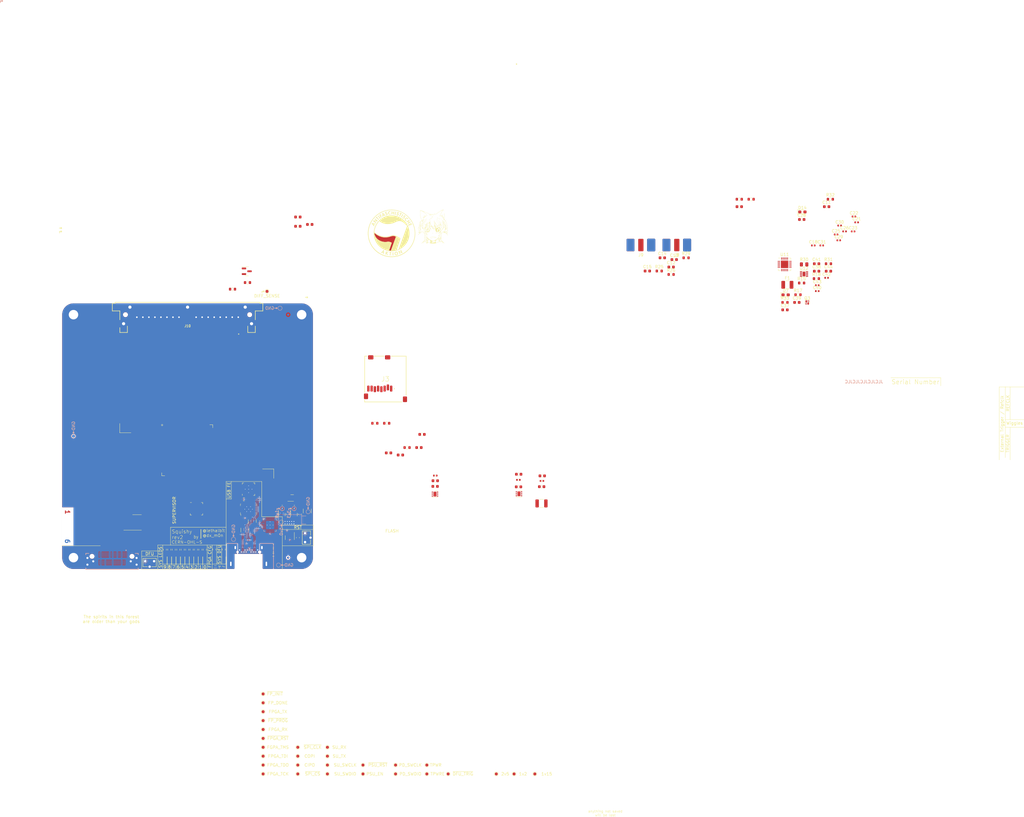
<source format=kicad_pcb>
(kicad_pcb (version 20211014) (generator pcbnew)
  (title_block (title "Squishy Multitool - PCB Layout") (date "2022-01-19") (rev "2") (company "Shrine Maiden Heavy Industries") (comment 1 "License: CERN-OHL-S") (comment 2 "© 2022 Aki 'lethalbit' Van Ness, et. al.") (comment 3 "No warranty expressed or implied") (comment 4 "Squishy - SCSI Multitool and Gateware Library"))
  (layers (0 "F.Cu" mixed) (1 "In1.Cu" power) (2 "In2.Cu" power) (3 "In3.Cu" mixed) (4 "In4.Cu" power) (31 "B.Cu" mixed) (34 "B.Paste" user) (35 "F.Paste" user) (36 "B.SilkS" user "B.Silkscreen") (37 "F.SilkS" user "F.Silkscreen") (38 "B.Mask" user) (39 "F.Mask" user) (44 "Edge.Cuts" user))
  (net 0 "")
  (net 1 "GND")
  (net 2 "+5V")
  (net 3 "/~{SPI_CS}")
  (net 4 "/SPI_CLK")
  (net 5 "/CIPO")
  (net 6 "/COPI")
  (net 7 "/TERMPWR")
  (net 8 "/~{FPGA_RESET}")
  (net 9 "Net-(C37-Pad1)")
  (net 10 "/FPGA_TX")
  (net 11 "/~{PSU_RST}")
  (net 13 "+3V3")
  (net 15 "Net-(D3-Pad2)")
  (net 16 "Net-(D4-Pad2)")
  (net 17 "/FPGA_TMS")
  (net 18 "/FPGA_TCK")
  (net 19 "/FPGA_TDO")
  (net 20 "/FPGA_TDI")
  (net 21 "/FPGA_CFG2")
  (net 22 "Net-(Q2-Pad1)")
  (net 23 "/FPGA_RX")
  (net 24 "/FPGA_CFG1")
  (net 25 "Net-(D1-Pad2)")
  (net 26 "Net-(D2-Pad2)")
  (net 27 "Net-(D5-Pad2)")
  (net 28 "Net-(D6-Pad2)")
  (net 29 "/S1")
  (net 30 "/S2")
  (net 31 "/S3")
  (net 32 "/S4")
  (net 33 "/S5")
  (net 34 "/FPGA_DONE")
  (net 35 "Net-(F1-Pad2)")
  (net 36 "/FPGA_CCLK")
  (net 37 "/FPGA_CFG0")
  (net 38 "/~{DFU_TRIG}")
  (net 40 "Net-(C38-Pad1)")
  (net 41 "/PSU_EN")
  (net 42 "Net-(D7-Pad2)")
  (net 50 "/~{FPGA_INIT}")
  (net 51 "/~{FPGA_PROG}")
  (net 60 "/~{FPGA_CS}")
  (net 61 "/FPGA_CIPO")
  (net 62 "/FPGA_COPI")
  (net 92 "/SYS_CLK")
  (net 137 "+2V5")
  (net 138 "/USB Frontend/PLUG_PRS")
  (net 139 "+1V1")
  (net 140 "Net-(D8-Pad2)")
  (net 141 "Net-(D9-Pad2)")
  (net 142 "Net-(D10-Pad2)")
  (net 143 "Net-(D11-Pad2)")
  (net 144 "Net-(D12-Pad2)")
  (net 145 "/S7")
  (net 146 "/S9")
  (net 147 "/S0")
  (net 148 "/S6")
  (net 149 "/S8")
  (net 150 "Net-(D13-Pad2)")
  (net 151 "/IN_DFU")
  (net 153 "Net-(C20-Pad1)")
  (net 154 "Net-(C32-Pad1)")
  (net 155 "Net-(C35-Pad1)")
  (net 158 "Net-(U11-Pad12)")
  (net 162 "/SU_TX")
  (net 163 "/SU_RX")
  (net 164 "Net-(Q3-Pad5)")
  (net 165 "/Termination Power/TP_EN")
  (net 166 "/Termination Power/TERMPWR_CSENSE")
  (net 168 "/Termination Power/_TERMPWR")
  (net 169 "Net-(D14-Pad2)")
  (net 170 "Net-(C14-Pad1)")
  (net 171 "/Termination Power/~{ADC_RST}")
  (net 172 "/Termination Power/ADC_SCL")
  (net 173 "/Termination Power/ADC_SDA")
  (net 174 "Net-(Q3-Pad1)")
  (net 184 "/TRIGGER")
  (net 185 "/CLKOUT")
  (net 192 "Net-(C4-Pad1)")
  (net 193 "/USB Frontend/TX1+")
  (net 194 "/USB Frontend/TX1-")
  (net 195 "/USB Frontend/CC1")
  (net 196 "/USB Frontend/D+")
  (net 197 "/USB Frontend/D-")
  (net 198 "/USB Frontend/RX2-")
  (net 199 "/USB Frontend/RX2+")
  (net 200 "/USB Frontend/TX2+")
  (net 201 "/USB Frontend/TX2-")
  (net 202 "/USB Frontend/CC2")
  (net 203 "/USB Frontend/RX1-")
  (net 204 "/USB Frontend/RX1+")
  (net 330 "/SCSI-PHY/~{DIFF_SENSE}")
  (net 331 "/SCSI-PHY/DIFF_SENSE")
  (net 424 "/USB Frontend/USB-FE.TX-")
  (net 425 "/USB Frontend/USB-FE.TX+")
  (net 434 "/USB Frontend/USB-FE.RX-")
  (net 435 "/USB Frontend/USB-FE.RX+")
  (net 448 "/USB Frontend/PLUG_POL")
  (net 474 "/SU_SWDIO")
  (net 475 "/SU_SWCLK")
  (net 476 "/PD_SWDIO")
  (net 477 "/PD_SWCLK")
  (net 478 "/USB Frontend/USB_SHIELD")
  (net 479 "+1V2")
  (net 480 "+1V8")
  (net 481 "Net-(R1-Pad2)")
  (net 485 "/USB Frontend/VBUS")
  (net 487 "/USB Frontend/PHY_BUS.D7")
  (net 488 "/USB Frontend/PHY_BUS.D6")
  (net 489 "/USB Frontend/PHY_BUS.D5")
  (net 490 "/USB Frontend/PHY_BUS.D4")
  (net 491 "/USB Frontend/PHY_BUS.CLK")
  (net 492 "/USB Frontend/PHY_BUS.D3")
  (net 493 "/USB Frontend/PHY_BUS.D2")
  (net 494 "/USB Frontend/PHY_BUS.D1")
  (net 495 "/USB Frontend/PHY_BUS.D0")
  (net 496 "/USB Frontend/PHY_BUS.NXT")
  (net 497 "/USB Frontend/PHY_BUS.DIR")
  (net 498 "/USB Frontend/PHY_BUS.STP")
  (net 499 "/USB Frontend/~{PHY_RST}")
  (net 500 "/USB Frontend/PHY_RCLK")
  (net 501 "/USB Frontend/PHY_CLK")
  (net 508 "/SD_DET")
  (footprint "Capacitor_SMD:C_0603_1608Metric" (layer "F.Cu") (at 174.2 163.9)
    (fp_text reference "C36" hide)
    (fp_text value "1uF" hide)
  )
  (footprint "TestPoint:TestPoint_Pad_D1.0mm" (layer "F.Cu") (at 121.7 257.8)
    (fp_text reference "TP21" hide)
    (fp_text value "~{PSU_RST}")
  )
  (footprint "Capacitor_SMD:C_0402_1005Metric" (layer "F.Cu") (at 275.01 97.84)
    (fp_text reference "C40")
    (fp_text value "0.1uF")
  )
  (footprint "Capacitor_SMD:C_0603_1608Metric" (layer "F.Cu") (at 248.7 69.35)
    (fp_text reference "C1" hide)
    (fp_text value "0.01uF" hide)
  )
  (footprint "Capacitor_SMD:C_0402_1005Metric" (layer "F.Cu") (at 275.01 95.87)
    (fp_text reference "C43")
    (fp_text value "0.1uF")
  )
  (footprint "Capacitor_SMD:C_0402_1005Metric" (layer "F.Cu") (at 273.67 82.44)
    (fp_text reference "C18")
    (fp_text value "0.1uF")
  )
  (footprint "TestPoint:TestPoint_Pad_D1.0mm" (layer "F.Cu") (at 143.25 260.8)
    (fp_text reference "TP8" hide)
    (fp_text value "TPWRE")
  )
  (footprint "Resistor_SMD:R_0805_2012Metric" (layer "F.Cu") (at 270.58 88.83)
    (fp_text reference "R30")
    (fp_text value "100m")
  )
  (footprint "Package_DFN_QFN:QFN-24-1EP_4x4mm_P0.5mm_EP2.6x2.6mm" (layer "F.Cu") (at 65.5 171.3)
    (fp_text reference "U6" hide)
    (fp_text value "ATSAMD09D14A-M" hide)
  )
  (footprint "TestPoint:TestPoint_Pad_D1.0mm" (layer "F.Cu") (at 150.45 260.8)
    (fp_text reference "TP34" hide)
    (fp_text value "~{DFU_TRIG}")
  )
  (footprint "rhais_usb:USB-3.1-Type-C_In-PCB" (layer "F.Cu") (at 83.1 186.3)
    (fp_text reference "J1" hide)
    (fp_text value "USB_C_Receptacle" hide)
    (fp_line (start -4.749999 0.3) (end -4.75 5.4) (layer "Edge.Cuts") (width 0.01))
    (fp_line (start 4.75 0.3) (end 4.75 5.4) (layer "Edge.Cuts") (width 0.01))
    (fp_line (start -4.649999 0.2) (end 4.65 0.2) (layer "Edge.Cuts") (width 0.01))
    (fp_arc (start -4.749999 0.3) (mid -4.720709 0.22929) (end -4.649999 0.2) (layer "Edge.Cuts") (width 0.01))
    (fp_arc (start 4.65 0.2) (mid 4.72071 0.22929) (end 4.75 0.3) (layer "Edge.Cuts") (width 0.01))
  )
  (footprint "LED_SMD:LED_0603_1608Metric_Pad1.05x0.95mm_HandSolder" (layer "F.Cu") (at 264.345 99.11)
    (fp_text reference "D7")
    (fp_text value "WHITE")
  )
  (footprint "Capacitor_SMD:C_0603_1608Metric" (layer "F.Cu") (at 278.8 91.12)
    (fp_text reference "C44")
    (fp_text value "1uF")
  )
  (footprint "Fuse:Fuse_1210_3225Metric" (layer "F.Cu") (at 264.93 95.71)
    (fp_text reference "F1")
    (fp_text value "250mA")
  )
  (footprint "lethalbit:318caBGA" (layer "F.Cu") (at 62.4 151.55)
    (fp_text reference "U1" hide)
    (fp_text value "LFE5UM5G-45F-8BG381C" hide)
  )
  (footprint "Resistor_SMD:R_0603_1608Metric" (layer "F.Cu") (at 269.74 95.11)
    (fp_text reference "R15")
    (fp_text value "30k")
  )
  (footprint "Package_DFN_QFN:QFN-24-1EP_4x4mm_P0.5mm_EP2.6x2.6mm" (layer "F.Cu") (at 83.1 164.7 90)
    (fp_text reference "U17" hide)
    (fp_text value "USB3318" hide)
  )
  (footprint "Resistor_SMD:R_0603_1608Metric" (layer "F.Cu") (at 57.85 185.1 -90)
    (fp_text reference "R8" hide)
    (fp_text value "10k" hide)
  )
  (footprint "Capacitor_SMD:C_0402_1005Metric" (layer "F.Cu") (at 282.57 75.72)
    (fp_text reference "C30")
    (fp_text value "0.1uF")
  )
  (footprint "Capacitor_SMD:C_0402_1005Metric" (layer "F.Cu") (at 281.37 78.73)
    (fp_text reference "C25")
    (fp_text value "0.1uF")
  )
  (footprint "Capacitor_SMD:C_0603_1608Metric" (layer "F.Cu") (at 222.73 86.61)
    (fp_text reference "C14")
    (fp_text value "1uF")
  )
  (footprint "Capacitor_SMD:C_0402_1005Metric" (layer "F.Cu") (at 287.4 72.67)
    (fp_text reference "C22")
    (fp_text value "0.1uF")
  )
  (footprint "Capacitor_SMD:C_0603_1608Metric" (layer "F.Cu") (at 130.33 152.45)
    (fp_text reference "C47" hide)
    (fp_text value "0.01uF" hide)
  )
  (footprint "TestPoint:TestPoint_Pad_D1.0mm" (layer "F.Cu") (at 99.7 251.8)
    (fp_text reference "TP19" hide)
    (fp_text value "~{SPI_CLK}")
  )
  (footprint "Resistor_SMD:R_0603_1608Metric" (layer "F.Cu") (at 268.52 99.07)
    (fp_text reference "R17")
    (fp_text value "10k")
  )
  (footprint "Package_SON:WSON-6-1EP_2x2mm_P0.65mm_EP1x1.6mm" (layer "F.Cu") (at 98.4 172.75 -90)
    (fp_text reference "U7" hide)
    (fp_text value "TPS73733DRVR" hide)
  )
  (footprint "Capacitor_SMD:C_0402_1005Metric" (layer "F.Cu") (at 288.31 74.64)
    (fp_text reference "C21")
    (fp_text value "0.1uF")
  )
  (footprint "Package_SON:WSON-8-1EP_6x5mm_P1.27mm_EP3.4x4mm" (layer "F.Cu") (at 43.95 175.895)
    (fp_text reference "U2" hide)
    (fp_text value "GD25Q64EWIGR" hide)
  )
  (footprint "TestPoint:TestPoint_Pad_D1.0mm" (layer "F.Cu") (at 88 233.8)
    (fp_text reference "TP29" hide)
    (fp_text value "~{FP_INIT}")
  )
  (footprint "Package_SON:WSON-6-1EP_2x2mm_P0.65mm_EP1x1.6mm_ThermalVias" (layer "F.Cu") (at 94.3 172.75 -90)
    (fp_text reference "U16" hide)
    (fp_text value "LP5910-1.8DRVR" hide)
  )
  (footprint "Capacitor_SMD:C_1210_3225Metric" (layer "F.Cu") (at 181.95 169.5)
    (fp_text reference "C7" hide)
    (fp_text value "22uF" hide)
  )
  (footprint "Resistor_SMD:R_0603_1608Metric" (layer "F.Cu") (at 136.58 150.65)
    (fp_text reference "R1" hide)
    (fp_text value "8k06" hide)
  )
  (footprint "Fiducial:Fiducial_0.75mm_Mask1.5mm" (layer "F.Cu") (at 101 110.35)
    (fp_text reference "FID4" hide)
    (fp_text value "Fiducial" hide)
  )
  (footprint "TestPoint:TestPoint_Pad_D1.0mm" (layer "F.Cu") (at 143.25 257.8)
    (fp_text reference "TP2" hide)
    (fp_text value "TPWR")
  )
  (footprint "rhais_package-smd:SOT-143" (layer "F.Cu") (at 97 181.05 -90)
    (fp_text reference "U5" hide)
    (fp_text value "APX811-40UG-7" hide)
  )
  (footprint "MountingHole:MountingHole_3.2mm_M3_Pad" (layer "F.Cu") (at 24 187.8)
    (fp_text reference "H2" hide)
    (fp_text value "MountingHole" hide)
  )
  (footprint "Oscillator:Oscillator_SMD_Abracon_ASE-4Pin_3.2x2.5mm" (layer "F.Cu") (at 41.5 144.1)
    (fp_text reference "X1" hide)
    (fp_text value "48MHz" hide)
  )
  (footprint "Oscillator:Oscillator_SMD_Abracon_ASE-4Pin_3.2x2.5mm" (layer "F.Cu") (at 89.7 159.45 180)
    (fp_text reference "X2" hide)
    (fp_text value "13MHz" hide)
  )
  (footprint "lethalbit-rf:Molex_SMA_732512120" (layer "F.Cu") (at 215.485 80.145)
    (fp_text reference "J9")
    (fp_text value "REFCLK")
  )
  (footprint "DX-MON:Antifaschistische-Aktion_Inv_600dpi" (layer "F.Cu") (at 131.350127 78.385669)
    (fp_text reference "G2" hide)
    (fp_text value "Antifaschistische_Aktion" hide)
  )
  (footprint "Resistor_SMD:R_0603_1608Metric" (layer "F.Cu") (at 68.35 185.1 -90)
    (fp_text reference "R19" hide)
    (fp_text value "4k7" hide)
  )
  (footprint "TestPoint:TestPoint_Pad_D1.0mm" (layer "F.Cu") (at 88 242.8)
    (fp_text reference "TP30" hide)
    (fp_text value "~{FP_PROG}")
  )
  (footprint "rhais_package-qfn:WQFN-28-1EP_3.5x5.5_P0.5mm_EP2x4mm" (layer "F.Cu") (at 83.1 171.45 90)
    (fp_text reference "U13" hide)
    (fp_text value "HD3SS460" hide)
  )
  (footprint "Capacitor_SMD:C_0402_1005Metric" (layer "F.Cu") (at 287.11 77.69)
    (fp_text reference "C23")
    (fp_text value "0.1uF")
  )
  (footprint "Capacitor_SMD:C_0603_1608Metric" (layer "F.Cu") (at 141.63 146.2)
    (fp_text reference "C50" hide)
    (fp_text value "0.1uF" hide)
  )
  (footprint "Capacitor_SMD:C_0603_1608Metric" (layer "F.Cu") (at 91.45 183.85 180)
    (fp_text reference "C5" hide)
    (fp_text value "1nF" hide)
  )
  (footprint "Capacitor_SMD:C_0603_1608Metric" (layer "F.Cu") (at 278.18 69.35)
    (fp_text reference "C11")
    (fp_text value "0.1uF")
  )
  (footprint "LED_SMD:LED_0603_1608Metric_Pad1.05x0.95mm_HandSolder" (layer "F.Cu") (at 59.35 188.3 90)
    (fp_text reference "D11" hide)
    (fp_text value "PINK")
  )
  (footprint "lethalbit-connectors:GCT_MEM2061-01-188-00-A_REVA" (layer "F.Cu") (at 129.275 127.525)
    (fp_text reference "J3")
    (fp_text value "MEM2061-01-188-00-A" hide)
  )
  (footprint "TestPoint:TestPoint_Pad_D1.0mm" (layer "F.Cu") (at 89.325 97.9375)
    (fp_text reference "TP24" hide)
    (fp_text value "DIFF_SENSE")
  )
  (footprint "Fiducial:Fiducial_0.75mm_Mask1.5mm" (layer "F.Cu") (at 24 146.8)
    (fp_text reference "FID3" hide)
    (fp_text value "Fiducial" hide)
  )
  (footprint "TestPoint:TestPoint_Pad_D1.0mm" (layer "F.Cu") (at 179.7 260.8)
    (fp_text reference "TP20" hide)
    (fp_text value "1v15")
  )
  (footprint "Capacitor_SMD:C_0603_1608Metric" (layer "F.Cu") (at 264.13 104.17)
    (fp_text reference "C37")
    (fp_text value "1uF")
  )
  (footprint "Capacitor_SMD:C_0603_1608Metric" (layer "F.Cu") (at 100.45 173.15 90)
    (fp_text reference "C16" hide)
    (fp_text value "1uF" hide)
  )
  (footprint "Fiducial:Fiducial_0.75mm_Mask1.5mm" (layer "F.Cu") (at 96.45 187.8)
    (fp_text reference "FID1" hide)
    (fp_text value "Fiducial" hide)
  )
  (footprint "Resistor_SMD:R_0603_1608Metric" (layer "F.Cu") (at 278.8 88.61)
    (fp_text reference "R31")
    (fp_text value "1k")
  )
  (footprint "TestPoint:TestPoint_Pad_D1.0mm" (layer "F.Cu") (at 88 236.8)
    (fp_text reference "TP31" hide)
    (fp_text value "FP_DONE")
  )
  (footprint "Resistor_SMD:R_0603_1608Metric" (layer "F.Cu") (at 125.7 142.45)
    (fp_text reference "R3" hide)
    (fp_text value "10k" hide)
  )
  (footprint "lethalbit:X2-DFN1310-6" (layer "F.Cu") (at 271.645 101.675)
    (fp_text reference "Q3")
    (fp_text value "Q_NMOS_PMOS_D1G2S2D2G1S1")
  )
  (footprint "TestPoint:TestPoint_Pad_D1.0mm" (layer "F.Cu") (at 121.7 260.8)
    (fp_text reference "TP22" hide)
    (fp_text value "PSU_EN")
  )
  (footprint "Resistor_SMD:R_0603_1608Metric" (layer "F.Cu") (at 225.7 92.23)
    (fp_text reference "R26")
    (fp_text value "10k")
  )
  (footprint "TestPoint:TestPoint_Pad_D1.0mm" (layer "F.Cu") (at 132.7 260.8)
    (fp_text reference "TP6" hide)
    (fp_text value "PD_SWDIO")
  )
  (footprint "Capacitor_SMD:C_0603_1608Metric" (layer "F.Cu") (at 99.725 72.8375)
    (fp_text reference "C2" hide)
    (fp_text value "0.1uF" hide)
  )
  (footprint "Capacitor_SMD:C_0402_1005Metric" (layer "F.Cu") (at 146.1 160.1)
    (fp_text reference "C32" hide)
    (fp_text value "0.1uF" hide)
  )
  (footprint "rhais_package-qfn:USON-10_2.5x1.0mm_P0.5mm" (layer "F.Cu") (at 84.35 175.45 90)
    (fp_text reference "U15" hide)
    (fp_text value "TPD4E02B04DQA" hide)
  )
  (footprint "TestPoint:TestPoint_Pad_D1.0mm" (layer "F.Cu") (at 99.7 257.8)
    (fp_text reference "TP35" hide)
    (fp_text value "CIPO")
  )
  (footprint "MountingHole:MountingHole_3.2mm_M3_Pad" (layer "F.Cu") (at 101 187.8)
    (fp_text reference "H1" hide)
    (fp_text value "MountingHole" hide)
  )
  (footprint "Capacitor_SMD:C_0603_1608Metric" (layer "F.Cu") (at 268.14 101.66)
    (fp_text reference "C39")
    (fp_text value "10uF")
  )
  (footprint "Capacitor_SMD:C_0603_1608Metric" (layer "F.Cu") (at 274.79 88.61)
    (fp_text reference "C41")
    (fp_text value "10uF")
  )
  (footprint "Resistor_SMD:R_0603_1608Metric" (layer "F.Cu") (at 264.13 101.66)
    (fp_text reference "R33")
    (fp_text value "10k")
  )
  (footprint "Resistor_SMD:R_0603_1608Metric" (layer "F.Cu") (at 248.7 66.84)
    (fp_text reference "R27" hide)
    (fp_text value "10k" hide)
  )
  (footprint "Package_SON:WSON-6-1EP_2x2mm_P0.65mm_EP1x1.6mm" (layer "F.Cu") (at 146 166.35)
    (fp_text reference "U9" hide)
    (fp_text value "TPS7A1112PDRVT" hide)
  )
  (footprint "Resistor_SMD:R_0603_1608Metric" (layer "F.Cu") (at 65.35 185.1 -90)
    (fp_text reference "R20" hide)
    (fp_text value "10k" hide)
  )
  (footprint "TestPoint:TestPoint_Pad_D1.0mm" (layer "F.Cu") (at 88 251.8)
    (fp_text reference "TP25" hide)
    (fp_text value "FGPA_TMS")
  )
  (footprint "Resistor_SMD:R_0603_1608Metric" (layer "F.Cu") (at 54.85 185.1 -90)
    (fp_text reference "R9" hide)
    (fp_text value "4k7" hide)
  )
  (footprint "Package_SON:WSON-6-1EP_2x2mm_P0.65mm_EP1x1.6mm" (layer "F.Cu") (at 174.35 166.25)
    (fp_text reference "U10" hide)
    (fp_text value "TPS720115QDRVRQ1" hide)
  )
  (footprint "Capacitor_SMD:C_0603_1608Metric" (layer "F.Cu") (at 91.45 185.35 180)
    (fp_text reference "C3" hide)
    (fp_text value "0.1uF" hide)
  )
  (footprint "TestPoint:TestPoint_Pad_D1.0mm" (layer "F.Cu") (at 172.7 260.8)
    (fp_text reference "TP12" hide)
    (fp_text value "1v2")
  )
  (footprint "TestPoint:TestPoint_Pad_D1.0mm" (layer "F.Cu") (at 88 254.8)
    (fp_text reference "TP28" hide)
    (fp_text value "FPGA_TDI")
  )
  (footprint "TestPoint:TestPoint_Pad_D1.0mm" (layer "F.Cu") (at 88 248.8)
    (fp_text reference "TP23" hide)
    (fp_text value "~{FPGA_RST}")
  )
  (footprint "Capacitor_SMD:C_0603_1608Metric" (layer "F.Cu") (at 134.34 153.16)
    (fp_text reference "C48" hide)
    (fp_text value "4.7uF" hide)
  )
  (footprint "Capacitor_SMD:C_0603_1608Metric" (layer "F.Cu") (at 174.25 159.65)
    (fp_text reference "C34" hide)
    (fp_text value "1uF" hide)
  )
  (footprint "Capacitor_SMD:C_0402_1005Metric" (layer "F.Cu") (at 174.15 161.55)
    (fp_text reference "C35" hide)
    (fp_text value "0.1uF" hide)
  )
  (footprint "Resistor_SMD:R_0603_1608Metric" (layer "F.Cu") (at 62.35 185.1 -90)
    (fp_text reference "R21" hide)
    (fp_text value "6k8" hide)
  )
  (footprint "Resistor_SMD:R_0603_1608Metric" (layer "F.Cu") (at 279.44 66.84)
    (fp_text reference "R32")
    (fp_text value "10k")
  )
  (footprint "Resistor_SMD:R_0603_1608Metric" (layer "F.Cu") (at 82.725 94.9625)
    (fp_text reference "R16" hide)
    (fp_text value "10k" hide)
  )
  (footprint "TestPoint:TestPoint_Pad_D1.0mm" (layer "F.Cu") (at 88 257.8)
    (fp_text reference "TP27" hide)
    (fp_text value "FPGA_TDO")
  )
  (footprint "Capacitor_SMD:C_0402_1005Metric" (layer "F.Cu") (at 276.54 82.44)
    (fp_text reference "C31")
    (fp_text value "0.1uF")
  )
  (footprint "Capacitor_SMD:C_0402_1005Metric" (layer "F.Cu") (at 182.1 161.9)
    (fp_text reference "C20" hide)
    (fp_text value "0.1uF" hide)
  )
  (footprint "Resistor_SMD:R_0603_1608Metric" (layer "F.Cu") (at 74.75 185.05 -90)
    (fp_text reference "R24" hide)
    (fp_text value "10k" hide)
  )
  (footprint "lethalbit:WSON_8_2x2mm_1EP" (layer "F.Cu") (at 270.55 92.08)
    (fp_text reference "U12")
    (fp_text value "INAx180")
  )
  (footprint "TestPoint:TestPoint_Pad_D1.0mm" (layer "F.Cu") (at 109.7 254.8)
    (fp_text reference "TP32" hide)
    (fp_text value "SU_TX")
  )
  (footprint "TestPoint:TestPoint_Pad_D1.0mm" (layer "F.Cu") (at 109.7 251.8)
    (fp_text reference "TP33" hide)
    (fp_text value "SU_RX")
  )
  (footprint "MountingHole:MountingHole_3.2mm_M3_Pad" (layer "F.Cu") (at 101 105.8)
    (fp_text reference "H4" hide)
    (fp_text value "MountingHole" hide)
  )
  (footprint "Capacitor_SMD:C_0603_1608Metric" (layer "F.Cu") (at 99.725 75.9675)
    (fp_text reference "C4" hide)
    (fp_text value "1uF" hide)
  )
  (footprint "Resistor_SMD:R_0603_1608Metric" (layer "F.Cu") (at 66.85 185.1 -90)
    (fp_text reference "R5" hide)
    (fp_text value "4k7" hide)
  )
  (footprint "Capacitor_SMD:C_0603_1608Metric" (layer "F.Cu") (at 225.7 89.72)
    (fp_text reference "C12")
    (fp_text value "0.1uF")
  )
  (footprint "Capacitor_SMD:C_0603_1608Metric" (layer "F.Cu") (at 99.75 181.05 -90)
    (fp_text reference "C10" hide)
    (fp_text value "1uF" hide)
  )
  (footprint "LED_SMD:LED_0603_1608Metric_Pad1.05x0.95mm_HandSolder" (layer "F.Cu") (at 57.85 188.3 90)
    (fp_text reference "D5" hide)
    (fp_text value "PINK")
  )
  (footprint "Capacitor_SMD:C_0603_1608Metric" (layer "F.Cu") (at 146.05 163.75)
    (fp_text reference "C33" hide)
    (fp_text value "1uF" hide)
  )
  (footprint "Resistor_SMD:R_0603_1608Metric" (layer "F.Cu") (at 71.55 185.05 -90)
    (fp_text reference "R4" hide)
    (fp_text value "4k7" hide)
  )
  (footprint "Resistor_SMD:R_0603_1608Metric" (layer "F.Cu") (at 252.71 66.84)
    (fp_text reference "R28" hide)
    (fp_text value "10k" hide)
  )
  (footprint "Package_DFN_QFN:QFN-20-1EP_4x4mm_P0.5mm_EP2.5x2.5mm" (layer "F.Cu") (at 264 88.8)
    (fp_text reference "U11")
    (fp_text value "AD7091R-5")
  )
  (footprint "Capacitor_SMD:C_0603_1608Metric" (layer "F.Cu") (at 103.735 75.3475)
    (fp_text reference "C6" hide)
    (fp_text value "0.1uF" hide)
  )
  (footprint "Resistor_SMD:R_0603_1608Metric" (layer "F.Cu") (at 59.35 185.1 -90)
    (fp_text reference "R22" hide)
    (fp_text value "10k" hide)
  )
  (footprint "Capacitor_SMD:C_0402_1005Metric" (layer "F.Cu") (at 278.17 93.36)
    (fp_text reference "C42")
    (fp_text value "0.1uF")
  )
  (footprint "LED_SMD:LED_0603_1608Metric_Pad1.05x0.95mm_HandSolder" (layer "F.Cu") (at 269.995 71.13)
    (fp_text reference "D14")
    (fp_text value "WHITE")
  )
  (footprint "TestPoint:TestPoint_Pad_D1.0mm" (layer "F.Cu") (at 99.7 260.8)
    (fp_text reference "TP18" hide)
    (fp_text value "~{SPI_CS}")
  )
  (footprint "Resistor_SMD:R_0603_1608Metric" (layer "F.Cu") (at 274.73 93.63)
    (fp_text reference "R18")
    (fp_text value "10k")
  )
  (footprint "Capacitor_SMD:C_0603_1608Metric" (layer "F.Cu") (at 146.1 161.85)
    (fp_text reference "C27" hide)
    (fp_text value "1uF" hide)
  )
  (footprint "LED_SMD:LED_0603_1608Metric_Pad1.05x0.95mm_HandSolder" (layer "F.Cu") (at 65.35 188.3 90)
    (fp_text reference "D9" hide)
    (fp_text value "PINK")
  )
  (footprint "Capacitor_SMD:C_0603_1608Metric" (layer "F.Cu") (at 98.55 170.65 180)
    (fp_text reference "C17" hide)
    (fp_text value "1uF" hide)
  )
  (footprint "Capacitor_SMD:C_0603_1608Metric" (layer "F.Cu") (at 274.79 91.12)
    (fp_text reference "C38")
    (fp_text value "2.2uF")
  )
  (footprint "Capacitor_SMD:C_1210_3225Metric" (layer "F.Cu") (at 102.9 172.05 90)
    (fp_text reference "C8" hide)
    (fp_text value "47uF" hide)
  )
  (footprint "lethalbit-rf:Molex_SMA_732512120" (layer "F.Cu") (at 227.605 80.145)
    (fp_text reference "J8")
    (fp_text value "TRIGGER")
  )
  (footprint "lethalbit-graphics:yuki_10x11" (layer "F.Cu") (at 145.351352 75.863121)
    (fp_text reference "G1" hide)
    (fp_text value "Ran-Filled" hide)
  )
  (footprint "TestPoint:TestPoint_Pad_D1.0mm" (layer "F.Cu") (at 88 260.8)
    (fp_text reference "TP26" hide)
    (fp_text value "FPGA_TCK")
  )
  (footprint "LED_SMD:LED_0603_1608Metric_Pad1.05x0.95mm_HandSolder" (layer "F.Cu") (at 71.55 188.3 90)
    (fp_text reference "D1" hide)
    (fp_text value "BLUE")
  )
  (footprint "TestPoint:TestPoint_Pad_D1.0mm" (layer "F.Cu") (at 88 245.8)
    (fp_text reference "TP4" hide)
    (fp_text value "FPGA_RX")
  )
  (footprint "Package_SON:WSON-6-1EP_2x2mm_P0.65mm_EP1x1.6mm" (layer "F.Cu") (at 97.3 167.65)
    (fp_text reference "U8" hide)
    (fp_text value "TPS7A1125PDRVT" hide)
  )
  (footprint "TestPoint:TestPoint_Pad_D1.0mm" (layer "F.Cu") (at 109.7 260.8)
    (fp_text reference "TP1" hide)
    (fp_text value "SU_SWDIO")
  )
  (footprint "Resistor_SMD:R_0603_1608Metric" (layer "F.Cu") (at 56.35 185.1 -90)
    (fp_text reference "R23" hide)
    (fp_text value "4k7" hide)
  )
  (footprint "TestPoint:TestPoint_Pad_D1.0mm" (layer "F.Cu") (at 132.7 257.8)
    (fp_text reference "TP7" hide)
    (fp_text value "PD_SWCLK")
  )
  (footprint "Resistor_SMD:R_0603_1608Metric" (layer "F.Cu") (at 81.5 168.1 180)
    (fp_text reference "R2" hide)
    (fp_text value "10k" hide)
  )
  (footprint "LED_SMD:LED_0603_1608Metric_Pad1.05x0.95mm_HandSolder" (layer "F.Cu") (at 62.35 188.3 90)
    (fp_text reference "D10" hide)
    (fp_text value "WHITE")
  )
  (footprint "lethalbit:SW_Tactile_SPST_Angled_TC-1109DE" (layer "F.Cu") (at 102.15 181.05 -90)
    (fp_text reference "SW1" hide)
    (fp_text value "RST")
  )
  (footprint "Resistor_SMD:R_0603_1608Metric" (layer "F.Cu") (at 129.71 142.45)
    (fp_text reference "R10" hide)
    (fp_text value "4k7" hide)
  )
  (footprint "Capacitor_SMD:C_0402_1005Metric" (layer "F.Cu") (at 282.28 80.7)
    (fp_text reference "C29")
    (fp_text value "0.1uF")
  )
  (footprint "lethalbit-connectors:QTH-060-01-X-D-RA-PGP" (layer "F.Cu") (at 62.5 105.8)
    (fp_text reference "J10")
    (fp_text value "QXH-060")
  )
  (footprint "Resistor_SMD:R_0603_1608Metric" (layer "F.Cu") (at 230.75 86.61)
    (fp_text reference "R29")
    (fp_text value "10k")
  )
  (footprint "Capacitor_SMD:C_0603_1608Metric" (layer "F.Cu") (at 182.2 160.2)
    (fp_text reference "C19" hide)
    (fp_text value "1uF" hide)
  )
  (footprint "Capacitor_SMD:C_0603_1608Metric" (layer "F.Cu") (at 140.59 150.65)
    (fp_text reference "C49" hide)
    (fp_text value "0.1uF" hide)
  )
  (footprint "TestPoint:TestPoint_Pad_D1.0mm" (layer "F.Cu") (at 166.7 260.8)
    (fp_text reference "TP9" hide)
    (fp_text value "2v5")
  )
  (footprint "Capacitor_SMD:C_0603_1608Metric" (layer "F.Cu") (at 182 163.85)
    (fp_text reference "C24" hide)
    (fp_text value "1uF" hide)
  )
  (footprint "TestPoint:TestPoint_Pad_D1.0mm" (layer "F.Cu") (at 109.7 257.8)
    (fp_text reference "TP3" hide)
    (fp_text value "SU_SWCLK")
  )
  (footprint "Resistor_SMD:R_0603_1608Metric" (layer "F.Cu") (at 60.85 185.1 -90)
    (fp_text reference "R7" hide)
    (fp_text value "6k8" hide)
  )
  (footprint "Resistor_SMD:R_0603_1608Metric" (layer "F.Cu") (at 63.85 185.1 -90)
    (fp_text reference "R6" hide)
    (fp_text value "10k" hide)
  )
  (footprint "Resistor_SMD:R_0603_1608Metric" (layer "F.Cu") (at 91.45 186.85 180)
    (fp_text reference "R11" hide)
    (fp_text value "1M" hide)
  )
  (footprint "Resistor_SMD:R_0603_1608Metric" (layer "F.Cu") (at 77.675 97.1875)
    (fp_text reference "R14" hide)
    (fp_text value "10k" hide)
  )
  (footprint "Resistor_SMD:R_0603_1608Metric" (layer "F.Cu") (at 221.69 91.06)
    (fp_text reference "R25")
    (fp_text value "10k")
  )
  (footprint "lethalbit:SW_Tactile_SPST_Angled_TC-1109DE" (layer "F.Cu") (at 49.7 189 180)
    (fp_text reference "SW2" hide)
    (fp_text value "DFU")
  )
  (footprint "Package_TO_SOT_SMD:SOT-23" (layer "F.Cu") (at 82.475 91.1475)
    (fp_text reference "Q2" hide)
    (fp_text value "Q_NMOS_GSD" hide)
  )
  (footprint "Capacitor_SMD:C_0603_1608Metric" (layer "F.Cu") (at 96.35 173.15 -90)
    (fp_text reference "C45" hide)
    (fp_text value "1uF" hide)
  )
  (footprint "Capacitor_SMD:C_0603_1608Metric" (layer "F.Cu") (at 226.74 87.21)
    (fp_text reference "C13")
    (fp_text value "1uF")
  )
  (footprint "LED_SMD:LED_0603_1608Metric_Pad1.05x0.95mm_HandSolder" (layer "F.Cu") (at 60.85 188.3 90)
    (fp_text reference "D4" hide)
    (fp_text value "WHITE")
  )
  (footprint "TestPoint:TestPoint_Pad_D1.0mm" (layer "F.Cu") (at 99.7 254.8)
    (fp_text reference "TP36" hide)
    (fp_text value "COPI")
  )
  (footprint "Capacitor_SMD:C_0603_1608Metric" (layer "F.Cu") (at 94.45 170.65)
    (fp_text reference "C46" hide)
    (fp_text value "1uF" hide)
  )
  (footprint "Capacitor_SMD:C_0603_1608Metric" (layer "F.Cu") (at 217.68 91.06)
    (fp_text reference "C15")
    (fp_text value "0.01uF")
  )
  (footprint "LED_SMD:LED_0603_1608Metric_Pad1.05x0.95mm_HandSolder" (layer "F.Cu") (at 54.85 188.3 90)
    (fp_text reference "D6" hide)
    (fp_text value "BLUE")
  )
  (footprint "MountingHole:MountingHole_3.2mm_M3_Pad" (layer "F.Cu") (at 24 105.8)
    (fp_text reference "H3" hide)
    (fp_text value "MountingHole" hide)
  )
  (footprint "rhais_package-qfn:USON-10_2.5x1.0mm_P0.5mm" (layer "F.Cu") (at 81.85 178.3 90)
    (fp_text reference "U14" hide)
    (fp_text value "TPD4E02B04DQA" hide)
  )
  (footprint "LED_SMD:LED_0603_1608Metric_Pad1.05x0.95mm_HandSolder" (layer "F.Cu") (at 56.35 188.3 90)
    (fp_text reference "D12" hide)
    (fp_text value "BLUE")
  )
  (footprint "TestPoint:TestPoint_Pad_D1.0mm" (layer "F.Cu") (at 88 239.8)
    (fp_text reference "TP5" hide)
    (fp_text value "FPGA_TX")
  )
  (footprint "LED_SMD:LED_0603_1608Metric_Pad1.05x0.95mm_HandSolder" (layer "F.Cu") (at 68.35 188.3 90)
    (fp_text reference "D8" hide)
    (fp_text value "BLUE")
  )
  (footprint "Capacitor_SMD:C_0402_1005Metric" (layer "F.Cu") (at 284.24 77.69)
    (fp_text reference "C26")
    (fp_text value "0.1uF")
  )
  (footprint "LED_SMD:LED_0603_1608Metric_Pad1.05x0.95mm_HandSolder" (layer "F.Cu") (at 74.75 188.3 90)
    (fp_text reference "D13" hide)
    (fp_text value "PINK")
  )
  (footprint "LED_SMD:LED_0603_1608Metric_Pad1.05x0.95mm_HandSolder" (layer "F.Cu") (at 66.85 188.3 90)
    (fp_text reference "D2" hide)
    (fp_text value "BLUE")
  )
  (footprint "LED_SMD:LED_0603_1608Metric_Pad1.05x0.95mm_HandSolder" (layer "F.Cu") (at 63.85 188.3 90)
    (fp_text reference "D3" hide)
    (fp_text value "PINK")
  )
  (footprint "Capacitor_SMD:C_0603_1608Metric" (layer "F.Cu") (at 269.78 73.68)
    (fp_text reference "C28")
    (fp_text value "2.2uF")
  )
  (footprint "TestPoint:TestPoint_Pad_D1.0mm" (layer "B.Cu") (at 98.45 171.25 180)
    (fp_text reference "TP11" hide)
    (fp_text value "3v3")
  )
  (footprint "rhais_package-qfn:UDFN-6L" (layer "B.Cu") (at 82.3 178.3 90)
    (fp_text reference "U4" hide)
    (fp_text value "SP3400-02UTG" hide)
  )
  (footprint "TestPoint:TestPoint_Pad_D1.0mm" (layer "B.Cu") (at 78.000001 181.6 90)
    (fp_text reference "TP15" hide)
    (fp_text value "GND")
  )
  (footprint "TestPoint:TestPoint_Pad_D1.0mm" (layer "B.Cu") (at 24 146.8 90)
    (fp_text reference "TP14" hide)
    (fp_text value "GND")
  )
  (footprint "Fiducial:Fiducial_0.75mm_Mask1.5mm" (layer "B.Cu") (at 96.45 105.8 180)
    (fp_text reference "FID6" hide)
    (fp_text value "Fiducial" hide)
  )
  (footprint "TestPoint:TestPoint_Pad_D1.0mm" (layer "B.Cu") (at 94.45 171.25 180)
    (fp_text reference "TP37" hide)
    (fp_text value "1v8")
  )
  (footprint "TestPoint:TestPoint_Pad_D1.0mm" (layer "B.Cu") (at 103.2 172.3 90)
    (fp_text reference "TP16" hide)
    (fp_text value "GND")
  )
  (footprint "Fiducial:Fiducial_0.75mm_Mask1.5mm" (layer "B.Cu") (at 24 146.8 180)
    (fp_text reference "FID5" hide)
    (fp_text value "Fiducial" hide)
  )
  (footprint "rhais_package-qfn:QFN-24-1EP_4x4mm_P0.5mm_EP2.6x2.6mm" (layer "B.Cu") (at 90.35 176.8 180)
    (fp_text reference "U3" hide)
    (fp_text value "CYPD3174-24" hide)
  )
  (footprint "TestPoint:TestPoint_Pad_D1.0mm" (layer "B.Cu") (at 93.7 103.6 180)
    (fp_text reference "TP13" hide)
    (fp_text value "GND")
  )
  (footprint "Fiducial:Fiducial_0.75mm_Mask1.5mm" (layer "B.Cu") (at 96.45 187.8 180)
    (fp_text reference "FID2" hide)
    (fp_text value "Fiducial" hide)
  )
  (footprint "TestPoint:TestPoint_Pad_D1.0mm" (layer "B.Cu") (at 93.2 190.300001)
    (fp_text reference "TP17" hide)
    (fp_text value "GND")
  )
  (footprint "Capacitor_SMD:C_1210_3225Metric" (layer "B.Cu") (at 101.75 175.1)
    (fp_text reference "C9" hide)
    (fp_text value "100uF" hide)
  )
  (footprint "lethalbit-connectors:LSHM-120-01-L-RH-A-S-TR" (layer "B.Cu") (at 37 187.3625 180)
    (fp_text reference "J2" hide)
    (fp_text value "Conn_02x20_Odd_Even_Shielded" hide)
  )
  (footprint "TestPoint:TestPoint_Pad_D1.0mm" (layer "B.Cu") (at 94.15 175.8 90)
    (fp_text reference "TP10" hide)
    (fp_text value "5v0")
  )
  (gr_line locked (start -0.699999 0.45) (end -0.7 -0.099999) (layer "B.SilkS") (width 0.2032))
  (gr_line locked (start -0.1 -0.299999) (end -0.1 0.1) (layer "B.SilkS") (width 0.2032))
  (gr_line locked (start 92.7 103.6) (end 91.9 103.600001) (layer "B.SilkS") (width 0.2032))
  (gr_line locked (start 94.15 176.75) (end 94.150001 177.55) (layer "B.SilkS") (width 0.2032))
  (gr_line locked (start 93.950001 176.95) (end 94.35 176.95) (layer "B.SilkS") (width 0.2032))
  (gr_line locked (start -0.699999 0.45) (end -0.7 -0.099999) (layer "B.SilkS") (width 0.2032))
  (gr_line locked (start 93.5 171.25) (end 93.3 171.050001) (layer "B.SilkS") (width 0.2032))
  (gr_line locked (start 0.1 -0.1) (end -0.1 -0.299999) (layer "B.SilkS") (width 0.2032))
  (gr_line locked (start 92.5 103.8) (end 92.7 103.6) (layer "B.SilkS") (width 0.2032))
  (gr_line locked (start 23.8 145.6) (end 24 145.8) (layer "B.SilkS") (width 0.2032))
  (gr_line locked (start 97.25 171.050001) (end 97.25 171.45) (layer "B.SilkS") (width 0.2032))
  (gr_line locked (start 24.199999 145.6) (end 23.8 145.6) (layer "B.SilkS") (width 0.2032))
  (gr_line locked (start 92.7 103.6) (end 92.5 103.400001) (layer "B.SilkS") (width 0.2032))
  (gr_line locked (start -0.1 -0.299999) (end -0.1 0.1) (layer "B.SilkS") (width 0.2032))
  (gr_line locked (start 94.4 190.5) (end 94.4 190.100001) (layer "B.SilkS") (width 0.2032))
  (gr_line locked (start 24 145.8) (end 24.199999 145.6) (layer "B.SilkS") (width 0.2032))
  (gr_line locked (start 0.1 -0.1) (end -0.7 -0.099999) (layer "B.SilkS") (width 0.2032))
  (gr_line locked (start 96.650001 171.8) (end 96.65 171.250001) (layer "B.SilkS") (width 0.2032))
  (gr_line locked (start 92.5 103.400001) (end 92.5 103.8) (layer "B.SilkS") (width 0.2032))
  (gr_line locked (start -0.1 0.1) (end 0.1 -0.1) (layer "B.SilkS") (width 0.2032))
  (gr_line locked (start 93.5 171.25) (end 92.7 171.250001) (layer "B.SilkS") (width 0.2032))
  (gr_line locked (start 103.2 171.3) (end 103.399999 171.1) (layer "B.SilkS") (width 0.2032))
  (gr_line locked (start 78.000001 180.6) (end 78 179.8) (layer "B.SilkS") (width 0.2032))
  (gr_line locked (start 0.1 -0.1) (end -0.7 -0.099999) (layer "B.SilkS") (width 0.2032))
  (gr_line locked (start 24 145.8) (end 23.999999 145) (layer "B.SilkS") (width 0.2032))
  (gr_line locked (start 94.2 190.300001) (end 94.4 190.5) (layer "B.SilkS") (width 0.2032))
  (gr_line locked (start 103.399999 171.1) (end 103 171.1) (layer "B.SilkS") (width 0.2032))
  (gr_line locked (start 92.700001 171.8) (end 92.7 171.250001) (layer "B.SilkS") (width 0.2032))
  (gr_line locked (start 97.45 171.25) (end 96.65 171.250001) (layer "B.SilkS") (width 0.2032))
  (gr_line locked (start 103 171.1) (end 103.2 171.3) (layer "B.SilkS") (width 0.2032))
  (gr_line locked (start -0.1 0.1) (end 0.1 -0.1) (layer "B.SilkS") (width 0.2032))
  (gr_line locked (start 0.1 -0.1) (end -0.1 -0.299999) (layer "B.SilkS") (width 0.2032))
  (gr_line locked (start 94.2 190.300001) (end 95 190.3) (layer "B.SilkS") (width 0.2032))
  (gr_line locked (start 0.1 -0.1) (end -0.1 -0.299999) (layer "B.SilkS") (width 0.2032))
  (gr_line locked (start -0.699999 0.45) (end -0.7 -0.099999) (layer "B.SilkS") (width 0.2032))
  (gr_line locked (start 97.45 171.25) (end 97.25 171.050001) (layer "B.SilkS") (width 0.2032))
  (gr_line locked (start 0.1 -0.1) (end -0.7 -0.099999) (layer "B.SilkS") (width 0.2032))
  (gr_line locked (start 103.2 171.3) (end 103.199999 170.5) (layer "B.SilkS") (width 0.2032))
  (gr_line locked (start 78.2 180.4) (end 77.800001 180.4) (layer "B.SilkS") (width 0.2032))
  (gr_line locked (start 94.4 190.100001) (end 94.2 190.300001) (layer "B.SilkS") (width 0.2032))
  (gr_line locked (start 78.000001 180.6) (end 78.2 180.4) (layer "B.SilkS") (width 0.2032))
  (gr_line locked (start 93.3 171.45) (end 93.5 171.25) (layer "B.SilkS") (width 0.2032))
  (gr_line locked (start -0.1 0.1) (end 0.1 -0.1) (layer "B.SilkS") (width 0.2032))
  (gr_line locked (start 94.15 176.75) (end 93.950001 176.95) (layer "B.SilkS") (width 0.2032))
  (gr_line locked (start 94.35 176.95) (end 94.15 176.75) (layer "B.SilkS") (width 0.2032))
  (gr_line locked (start -0.1 -0.299999) (end -0.1 0.1) (layer "B.SilkS") (width 0.2032))
  (gr_line locked (start 77.800001 180.4) (end 78.000001 180.6) (layer "B.SilkS") (width 0.2032))
  (gr_line locked (start 93.3 171.050001) (end 93.3 171.45) (layer "B.SilkS") (width 0.2032))
  (gr_line locked (start 97.25 171.45) (end 97.45 171.25) (layer "B.SilkS") (width 0.2032))
  (gr_line locked (start 56.75 177.55) (end 75.5 177.55) (layer "F.SilkS") (width 0.12))
  (gr_line (start 103.025 99.937501) (end 102.825 99.737501) (layer "F.SilkS") (width 0.2032))
  (gr_line locked (start 52.45 191.8) (end 52.45 183.55) (layer "F.SilkS") (width 0.12))
  (gr_line (start 338.5 130.2) (end 338.5 140.45) (layer "F.SilkS") (width 0.12))
  (gr_line (start 338.5 140.45) (end 338.5 141.2) (layer "F.SilkS") (width 0.12))
  (gr_line locked (start 75.5 191.8) (end 75.5 162.1) (layer "F.SilkS") (width 0.12))
  (gr_line locked (start 77.3 162.1) (end 77.3 168) (layer "F.SilkS") (width 0.12))
  (gr_line locked (start 52.45 183.55) (end 75.5 183.55) (layer "F.SilkS") (width 0.12))
  (gr_line (start 20 76.575001) (end 19.8 76.375001) (layer "F.SilkS") (width 0.2032))
  (gr_line (start 336.45 130.2) (end 336.45 154.8) (layer "F.SilkS") (width 0.12))
  (gr_line locked (start 87.55 162.1) (end 75.5 162.1) (layer "F.SilkS") (width 0.12))
  (gr_line (start 338.5 143.8) (end 338.5 141.2) (layer "F.SilkS") (width 0.12))
  (gr_line locked (start 94.5 191.8) (end 94.5 174) (layer "F.SilkS") (width 0.12))
  (gr_line (start 102.225 99.9375) (end 103.025 99.937501) (layer "F.SilkS") (width 0.2032))
  (gr_line locked (start 70.8 183.55) (end 70.8 187.6) (layer "F.SilkS") (width 0.12))
  (gr_line locked (start 47 187.3) (end 52.45 187.3) (layer "F.SilkS") (width 0.12))
  (gr_line (start 340.1 130.2) (end 338.5 130.2) (layer "F.SilkS") (width 0.12))
  (gr_line locked (start 64.6 191.8) (end 64.6 189.85) (layer "F.SilkS") (width 0.12))
  (gr_line (start 87.624999 98.4375) (end 87.625 97.9375) (layer "F.SilkS") (width 0.2032))
  (gr_line (start 20.000001 77.725) (end 19.800001 77.525) (layer "F.SilkS") (width 0.2032))
  (gr_line (start 173.475 21.000001) (end 173.475 21.4) (layer "F.SilkS") (width 0.2032))
  (gr_line (start 338.5 130.2) (end 336.45 130.2) (layer "F.SilkS") (width 0.12))
  (gr_line locked (start 70.8 191.8) (end 70.8 189.9) (layer "F.SilkS") (width 0.12))
  (gr_line locked (start 56.75 177.55) (end 56.75 183.55) (layer "F.SilkS") (width 0.12))
  (gr_line (start 338.5 141.2) (end 340.1 141.2) (layer "F.SilkS") (width 0.12))
  (gr_line locked (start 75.5 168) (end 77.3 168) (layer "F.SilkS") (width 0.12))
  (gr_line locked (start 69.1 183.55) (end 69.1 187.6) (layer "F.SilkS") (width 0.12))
  (gr_line locked (start 105 183.8) (end 94.5 183.8) (layer "F.SilkS") (width 0.12))
  (gr_line (start 19.300001 77.725) (end 20.000001 77.725) (layer "F.SilkS") (width 0.2032))
  (gr_line (start 102.825 100.1375) (end 103.025 99.937501) (layer "F.SilkS") (width 0.2032))
  (gr_line (start 340.1 141.2) (end 344.75 141.2) (layer "F.SilkS") (width 0.12))
  (gr_line locked (start 94.5 176.8) (end 105 176.8) (layer "F.SilkS") (width 0.12))
  (gr_line locked (start 66.1 191.8) (end 66.1 189.85) (layer "F.SilkS") (width 0.12))
  (gr_line (start 19.800001 77.925) (end 20.000001 77.725) (layer "F.SilkS") (width 0.2032))
  (gr_line (start 316.725 127.1) (end 316.725 129.8) (layer "F.SilkS") (width 0.12))
  (gr_line locked (start 69.1 191.8) (end 69.1 189.9) (layer "F.SilkS") (width 0.12))
  (gr_line (start 338.5 143.8) (end 338.5 154.05) (layer "F.SilkS") (width 0.12))
  (gr_line locked (start 105 183.8) (end 105 176.8) (layer "F.SilkS") (width 0.12))
  (gr_line locked (start 105 178.3) (end 94.5 178.3) (layer "F.SilkS") (width 0.12))
  (gr_line locked (start 58.6 191.8) (end 58.6 189.85) (layer "F.SilkS") (width 0.12))
  (gr_line locked (start 55.6 191.8) (end 55.6 189.85) (layer "F.SilkS") (width 0.12))
  (gr_line locked (start 72.3 183.55) (end 72.3 187.6) (layer "F.SilkS") (width 0.12))
  (gr_line (start 340.1 141.2) (end 340.1 130.2) (layer "F.SilkS") (width 0.12))
  (gr_line locked (start 94.5 174) (end 87.55 174) (layer "F.SilkS") (width 0.12))
  (gr_line (start 340.1 143.8) (end 338.5 143.8) (layer "F.SilkS") (width 0.12))
  (gr_line (start 87.625 97.9375) (end 88.325 97.9375) (layer "F.SilkS") (width 0.2032))
  (gr_line (start 88.125 97.7375) (end 88.125 98.1375) (layer "F.SilkS") (width 0.2032))
  (gr_line (start 340.1 130.2) (end 344.75 130.2) (layer "F.SilkS") (width 0.12))
  (gr_line locked (start 47 191.8) (end 52.45 191.8) (layer "F.SilkS") (width 0.12))
  (gr_line locked (start 72.285 189.96) (end 74.015 189.96) (layer "F.SilkS") (width 0.12))
  (gr_line locked (start 60.1 191.8) (end 60.1 189.85) (layer "F.SilkS") (width 0.12))
  (gr_line (start 173.475 21.4) (end 173.675 21.200001) (layer "F.SilkS") (width 0.2032))
  (gr_line locked (start 54.1 191.8) (end 54.1 189.9) (layer "F.SilkS") (width 0.12))
  (gr_line (start 19.3 78.225) (end 19.300001 77.725) (layer "F.SilkS") (width 0.2032))
  (gr_line (start 88.125 98.1375) (end 88.325 97.9375) (layer "F.SilkS") (width 0.2032))
  (gr_line locked (start 63.1 191.8) (end 63.1 189.85) (layer "F.SilkS") (width 0.12))
  (gr_line (start 19.800001 77.525) (end 19.800001 77.925) (layer "F.SilkS") (width 0.2032))
  (gr_line locked (start 87.55 174) (end 87.55 162.1) (layer "F.SilkS") (width 0.12))
  (gr_line (start 299.875 127.1) (end 316.725 127.1) (layer "F.SilkS") (width 0.12))
  (gr_line locked (start 47 185.55) (end 47 191.8) (layer "F.SilkS") (width 0.12))
  (gr_line locked (start 74 183.55) (end 74 187.6) (layer "F.SilkS") (width 0.12))
  (gr_line (start 340.1 154.8) (end 340.1 143.8) (layer "F.SilkS") (width 0.12))
  (gr_line (start 88.325 97.9375) (end 88.125 97.7375) (layer "F.SilkS") (width 0.2032))
  (gr_line (start 19.8 76.775) (end 20 76.575001) (layer "F.SilkS") (width 0.2032))
  (gr_line (start 102.825 99.737501) (end 102.825 100.1375) (layer "F.SilkS") (width 0.2032))
  (gr_line (start 20 183.8) (end 33.05 183.8) (layer "F.SilkS") (width 0.12))
  (gr_line (start 19.8 76.375001) (end 19.8 76.775) (layer "F.SilkS") (width 0.2032))
  (gr_line locked (start 54.05 191.8) (end 52.45 191.8) (layer "F.SilkS") (width 0.12))
  (gr_line locked (start 67.6 191.8) (end 67.6 189.85) (layer "F.SilkS") (width 0.12))
  (gr_line (start 340.1 143.8) (end 344.75 143.8) (layer "F.SilkS") (width 0.12))
  (gr_line locked (start 67 178.275) (end 67 181.325) (layer "F.SilkS") (width 0.2))
  (gr_line locked (start 47 185.55) (end 52.45 185.55) (layer "F.SilkS") (width 0.12))
  (gr_line locked (start 75.5 191.8) (end 54.1 191.8) (layer "F.SilkS") (width 0.12))
  (gr_line locked (start 54.1 183.55) (end 54.1 187.75) (layer "F.SilkS") (width 0.12))
  (gr_line (start 19.2 76.575) (end 20 76.575001) (layer "F.SilkS") (width 0.2032))
  (gr_line locked (start 57.1 191.8) (end 57.1 189.85) (layer "F.SilkS") (width 0.12))
  (gr_line locked (start 61.6 191.8) (end 61.6 189.85) (layer "F.SilkS") (width 0.12))
  (gr_line locked (start 24 101.8) (end 101 101.8) (layer "Edge.Cuts") (width 0.01))
  (gr_arc locked (start 24 191.8) (mid 21.171573 190.628427) (end 20 187.8) (layer "Edge.Cuts") (width 0.01))
  (gr_line locked (start 20 187.8) (end 20 105.8) (layer "Edge.Cuts") (width 0.01))
  (gr_arc locked (start 105 187.8) (mid 103.828427 190.628427) (end 101 191.8) (layer "Edge.Cuts") (width 0.01))
  (gr_arc locked (start 20 105.8) (mid 21.171573 102.971573) (end 24 101.8) (layer "Edge.Cuts") (width 0.01))
  (gr_line locked (start 87.9 191.800001) (end 101 191.8) (layer "Edge.Cuts") (width 0.01))
  (gr_arc locked (start 87.9 191.800001) (mid 87.864645 191.785356) (end 87.85 191.750001) (layer "Edge.Cuts") (width 0.01))
  (gr_line (start 24 191.8) (end 36.5 191.8) (layer "Edge.Cuts") (width 0.01))
  (gr_line locked (start 87.85 191.750001) (end 87.85 191.7) (layer "Edge.Cuts") (width 0.01))
  (gr_arc locked (start 78.35 191.75) (mid 78.335355 191.785355) (end 78.3 191.8) (layer "Edge.Cuts") (width 0.01))
  (gr_line (start 36.5 191.8) (end 78.3 191.8) (layer "Edge.Cuts") (width 0.01))
  (gr_arc locked (start 101 101.8) (mid 103.828427 102.971573) (end 105 105.8) (layer "Edge.Cuts") (width 0.01))
  (gr_line locked (start 78.35 191.75) (end 78.35 191.7) (layer "Edge.Cuts") (width 0.01))
  (gr_line locked (start 105 187.8) (end 105 105.8) (layer "Edge.Cuts") (width 0.01))
  (gr_text "1" (at 21.95 172.425 270) (layer "F.Cu") (effects (font (size 1.5 1.5) (thickness 0.3))))
  (gr_text "6" (at 21.925 182.25 270) (layer "B.Cu") (effects (font (size 1.5 1.5) (thickness 0.3))))
  (gr_text "JLCJLCJLCJLCJLC" (at 290.775 128.4375) (layer "B.SilkS") (effects (font (size 1 1) (thickness 0.2)) (justify mirror)))
  (gr_text "5" (at 60.85 190.95) (layer "F.SilkS") (effects (font (size 1 1))))
  (gr_text "FLASH" (at 131.5 178.8) (layer "F.SilkS") (effects (font (size 1 1))))
  (gr_text "External Trigger / Refclk" (at 337.4 142.65 90) (layer "F.SilkS") (effects (font (size 1 1))))
  (gr_text "USB FE" (at 76.45 165.05 90) (layer "F.SilkS") (effects (font (size 1 1))))
  (gr_text "CERN-OHL-S" (at 57.1 182.575) (layer "F.SilkS") (effects (font (size 1 1) (thickness 0.1)) (justify left)))
  (gr_text "3" (at 63.85 191) (layer "F.SilkS") (effects (font (size 1 1))))
  (gr_text "8" (at 56.35 190.95) (layer "F.SilkS") (effects (font (size 1 1))))
  (gr_text "FPGA CFG" (at 70 187.5 90) (layer "F.SilkS") (effects (font (size 1 1))))
  (gr_text "9" (at 54.85 190.95) (layer "F.SilkS") (effects (font (size 1 1))))
  (gr_text "ニャ〜" (at 71.15 190.95) (layer "F.SilkS") (effects (font (size 1.3 1.3) (thickness 0.1)) (justify left)))
  (gr_text "4" (at 62.35 190.95) (layer "F.SilkS") (effects (font (size 1 1))))
  (gr_text "6" (at 59.35 190.95) (layer "F.SilkS") (effects (font (size 1 1))))
  (gr_text "7\n" (at 57.85 190.95) (layer "F.SilkS") (effects (font (size 1 1))))
  (gr_text "Wiggles" (at 341.6 142.4) (layer "F.SilkS") (effects (font (size 1 1))))
  (gr_text "SUPERVISOR" (at 58 171.8 90) (layer "F.SilkS") (effects (font (size 1 1))))
  (gr_text "Serial Number" (at 308.175 128.5) (layer "F.SilkS") (effects (font (size 1.5 1.5))))
  (gr_text "0" (at 68.35 191) (layer "F.SilkS") (effects (font (size 1 1))))
  (gr_text "anything not saved\nwill be lost" (at 203.5 274.05) (layer "F.SilkS") (effects (font (size 0.8 0.8) (thickness 0.1))))
  (gr_text "Squishy\nrev2" (at 57.1 179.975) (layer "F.SilkS") (effects (font (size 1.2 1.2) (thickness 0.1)) (justify left)))
  (gr_text "SYS DFU" (at 73.2 186.7 90) (layer "F.SilkS") (effects (font (size 1 1))))
  (gr_text "The spirits in this forest\nare older than your gods" (at 36.75 208.55) (layer "F.SilkS") (effects (font (size 1 1))))
  (gr_text "TRIGGER" (at 339.3 149.3 90) (layer "F.SilkS") (effects (font (size 1 1))))
  (gr_text "@dx_m0n" (at 67.525 180.325) (layer "F.SilkS") (effects (font (size 1 1) (thickness 0.1)) (justify left)))
  (gr_text "REFCLK" (at 339.35 135.65 90) (layer "F.SilkS") (effects (font (size 1 1))))
  (gr_text "@lethalbit" (at 67.5 178.675) (layer "F.SilkS") (effects (font (size 1 1) (thickness 0.1)) (justify left)))
  (gr_text "2" (at 65.35 191) (layer "F.SilkS") (effects (font (size 1 1))))
  (gr_text "by" (at 64.45 180.775) (layer "F.SilkS") (effects (font (size 1 1) (thickness 0.1)) (justify left)))
  (gr_text "1" (at 66.85 191) (layer "F.SilkS") (effects (font (size 1 1))))
  (gr_text "SYS LEDS" (at 53.35 187.65 90) (layer "F.SilkS") (effects (font (size 1 1))))
  (segment (start 94.3 173.5875) (end 94.3 172.7) (width 0.4) (layer "F.Cu") (net 1))
  (via locked (at 90.35 176.8) (size 0.45) (drill 0.2) (layers "F.Cu" "B.Cu") (net 1))
  (via locked (at 83.1 171.45) (size 0.45) (drill 0.2) (layers "F.Cu" "B.Cu") (net 1))
  (via locked (at 81.95 164.7) (size 0.45) (drill 0.2) (layers "F.Cu" "B.Cu") (net 1))
  (via locked (at 91.35 176.8) (size 0.45) (drill 0.2) (layers "F.Cu" "B.Cu") (net 1))
  (via locked (at 83.95 181.85) (size 0.4) (drill 0.2) (layers "F.Cu" "B.Cu") (net 1))
  (via locked (at 86.75 167.2) (size 0.45) (drill 0.2) (layers "F.Cu" "B.Cu") (net 1))
  (via locked (at 84.4 171.45) (size 0.45) (drill 0.2) (layers "F.Cu" "B.Cu") (net 1))
  (via locked (at 85.1 179.55) (size 0.4) (drill 0.2) (layers "F.Cu" "B.Cu") (net 1))
  (via locked (at 86.85 175.45) (size 0.4) (drill 0.2) (layers "F.Cu" "B.Cu") (net 1))
  (via locked (at 85.25 177.95) (size 0.4) (drill 0.2) (layers "F.Cu" "B.Cu") (net 1))
  (via locked (at 83.75 170.6) (size 0.45) (drill 0.2) (layers "F.Cu" "B.Cu") (net 1))
  (via locked (at 82.25 181.85) (size 0.4) (drill 0.2) (layers "F.Cu" "B.Cu") (net 1))
  (via locked (at 83.6 180.85) (size 0.4) (drill 0.2) (layers "F.Cu" "B.Cu") (net 1))
  (via locked (at 83.75 172.25) (size 0.45) (drill 0.2) (layers "F.Cu" "B.Cu") (net 1))
  (via locked (at 81.9 180) (size 0.4) (drill 0.2) (layers "F.Cu" "B.Cu") (net 1))
  (via locked (at 83.1 164.7) (size 0.45) (drill 0.2) (layers "F.Cu" "B.Cu") (net 1))
  (via locked (at 80.3 180) (size 0.4) (drill 0.2) (layers "F.Cu" "B.Cu") (net 1))
  (via locked (at 90.35 175.7) (size 0.45) (drill 0.2) (layers "F.Cu" "B.Cu") (net 1))
  (via locked (at 86.85 177.15) (size 0.4) (drill 0.2) (layers "F.Cu" "B.Cu") (net 1))
  (via locked (at 84.25 164.7) (size 0.45) (drill 0.2) (layers "F.Cu" "B.Cu") (net 1))
  (via locked (at 81.85 176.7) (size 0.4) (drill 0.2) (layers "F.Cu" "B.Cu") (net 1))
  (via locked (at 86.75 169.15) (size 0.45) (drill 0.2) (layers "F.Cu" "B.Cu") (net 1))
  (via locked (at 83.1 165.85) (size 0.45) (drill 0.2) (layers "F.Cu" "B.Cu") (net 1))
  (via locked (at 89.35 176.8) (size 0.45) (drill 0.2) (layers "F.Cu" "B.Cu") (net 1))
  (via locked (at 90.35 177.9) (size 0.45) (drill 0.2) (layers "F.Cu" "B.Cu") (net 1))
  (via locked (at 86.85 177.95) (size 0.4) (drill 0.2) (layers "F.Cu" "B.Cu") (net 1))
  (via locked (at 84.35 174.1) (size 0.4) (drill 0.2) (layers "F.Cu" "B.Cu") (net 1))
  (via locked (at 83.1 163.55) (size 0.45) (drill 0.2) (layers "F.Cu" "B.Cu") (net 1))
  (via locked (at 81.8 171.45) (size 0.45) (drill 0.2) (layers "F.Cu" "B.Cu") (net 1))
  (via locked (at 83.6 179.25) (size 0.4) (drill 0.2) (layers "F.Cu" "B.Cu") (net 1))
  (via locked (at 82.45 172.25) (size 0.45) (drill 0.2) (layers "F.Cu" "B.Cu") (net 1))
  (via locked (at 82.45 170.6) (size 0.45) (drill 0.2) (layers "F.Cu" "B.Cu") (net 1))
  (segment (start 97.95 182.3) (end 97.5 182.3) (width 0.3) (layer "F.Cu") (net 2))
  (segment locked (start 81.85 183.9) (end 81.85 185.15) (width 0.3) (layer "F.Cu") (net 2))
  (segment locked (start 84.35 183.9) (end 84.35 185.15) (width 0.3) (layer "F.Cu") (net 2))
  (segment locked (start 80.675 168.1) (end 81.5 168.1) (width 0.2) (layer "F.Cu") (net 2))
  (segment locked (start 81.85 185.15) (end 81.9 185.2) (width 0.3) (layer "F.Cu") (net 2))
  (segment locked (start 84.35 185.15) (end 84.3 185.2) (width 0.3) (layer "F.Cu") (net 2))
  (segment (start 97.5 182.3) (end 97 181.8) (width 0.3) (layer "F.Cu") (net 2))
  (via locked (at 96.9 175.6) (size 0.6) (drill 0.3) (layers "F.Cu" "B.Cu") (net 2))
  (via locked (at 97.65 175.6) (size 0.6) (drill 0.3) (layers "F.Cu" "B.Cu") (net 2))
  (via locked (at 95.4 175.6) (size 0.6) (drill 0.3) (layers "F.Cu" "B.Cu") (net 2))
  (via locked (at 96.15 176.4) (size 0.6) (drill 0.3) (layers "F.Cu" "B.Cu") (net 2))
  (via locked (at 96.15 175.6) (size 0.6) (drill 0.3) (layers "F.Cu" "B.Cu") (net 2))
  (via locked (at 88.15 174.75) (size 0.6) (drill 0.3) (layers "F.Cu" "B.Cu") (net 2))
  (via locked (at 98.4 175.6) (size 0.6) (drill 0.3) (layers "F.Cu" "B.Cu") (net 2))
  (via locked (at 81.5 168.1) (size 0.45) (drill 0.2) (layers "F.Cu" "B.Cu") (net 2))
  (via locked (at 98.4 176.4) (size 0.6) (drill 0.3) (layers "F.Cu" "B.Cu") (net 2))
  (via locked (at 97.65 176.4) (size 0.6) (drill 0.3) (layers "F.Cu" "B.Cu") (net 2))
  (via locked (at 95.4 176.4) (size 0.6) (drill 0.3) (layers "F.Cu" "B.Cu") (net 2))
  (via locked (at 96.9 176.4) (size 0.6) (drill 0.3) (layers "F.Cu" "B.Cu") (net 2))
  (via (at 97 181.8) (size 0.45) (drill 0.2) (layers "F.Cu" "B.Cu") (net 2))
  (segment locked (start 88.325 175.55) (end 88.325 174.925) (width 0.2) (layer "B.Cu") (net 2))
  (segment locked (start 88.325 174.925) (end 88.15 174.75) (width 0.2) (layer "B.Cu") (net 2))
  (segment locked (start 100.5 179.55) (end 99.75 180.3) (width 0.3) (layer "F.Cu") (net 11))
  (segment locked (start 96.25 181.05) (end 98.25 181.05) (width 0.3) (layer "F.Cu") (net 11))
  (segment locked (start 96.05 181.25) (end 96.25 181.05) (width 0.3) (layer "F.Cu") (net 11))
  (segment locked (start 99 181.05) (end 99.75 180.3) (width 0.3) (layer "F.Cu") (net 11))
  (segment locked (start 96.05 182.3) (end 96.05 181.25) (width 0.3) (layer "F.Cu") (net 11))
  (segment locked (start 98.25 181.05) (end 99 181.05) (width 0.3) (layer "F.Cu") (net 11))
  (segment locked (start 102.15 179.55) (end 100.5 179.55) (width 0.3) (layer "F.Cu") (net 11))
  (segment (start 98.45 171.25) (end 98.75 171.25) (width 0.4) (layer "F.Cu") (net 13))
  (via (at 98.45 171.25) (size 0.45) (drill 0.2) (layers "F.Cu" "B.Cu") (net 13))
  (segment locked (start 63.85 185.925) (end 63.85 187.4) (width 0.2) (layer "F.Cu") (net 15))
  (segment locked (start 60.85 185.925) (end 60.85 187.4) (width 0.2) (layer "F.Cu") (net 16))
  (segment locked (start 71.55 185.875) (end 71.55 187.4) (width 0.2) (layer "F.Cu") (net 25))
  (segment locked (start 66.85 185.925) (end 66.85 187.45) (width 0.2) (layer "F.Cu") (net 26))
  (segment locked (start 57.85 185.925) (end 57.85 187.45) (width 0.2) (layer "F.Cu") (net 27))
  (segment locked (start 54.85 185.925) (end 54.85 187.4) (width 0.2) (layer "F.Cu") (net 28))
  (segment (start 96.05 179.8) (end 96.05 178.65) (width 0.1524) (layer "F.Cu") (net 41))
  (segment (start 97.75 173.6375) (end 97.6375 173.6375) (width 0.1524) (layer "F.Cu") (net 41))
  (segment (start 93.5375 173.6375) (end 93 173.1) (width 0.1524) (layer "F.Cu") (net 41))
  (segment (start 93.65 173.6375) (end 93.5375 173.6375) (width 0.1524) (layer "F.Cu") (net 41))
  (segment (start 97.6375 173.6375) (end 97.1 173.1) (width 0.1524) (layer "F.Cu") (net 41))
  (via (at 93 173.1) (size 0.45) (drill 0.2) (layers "F.Cu" "B.Cu") (net 41))
  (via (at 96.05 178.65) (size 0.45) (drill 0.2) (layers "F.Cu" "B.Cu") (net 41))
  (via (at 97.1 173.1) (size 0.45) (drill 0.2) (layers "F.Cu" "B.Cu") (net 41))
  (segment locked (start 68.35 185.925) (end 68.35 187.45) (width 0.2) (layer "F.Cu") (net 140))
  (segment locked (start 65.35 185.925) (end 65.35 187.4) (width 0.2) (layer "F.Cu") (net 141))
  (segment locked (start 62.35 185.925) (end 62.35 187.45) (width 0.2) (layer "F.Cu") (net 142))
  (segment locked (start 59.35 185.925) (end 59.35 187.4) (width 0.2) (layer "F.Cu") (net 143))
  (segment locked (start 56.35 185.925) (end 56.35 187.4) (width 0.2) (layer "F.Cu") (net 144))
  (segment locked (start 74.75 185.875) (end 74.75 187.45) (width 0.2) (layer "F.Cu") (net 150))
  (segment locked (start 80.98316 182.101602) (end 80.98316 183.76684) (width 0.13208) (layer "F.Cu") (net 193))
  (segment locked (start 82.35 173.2) (end 82.48316 173.33316) (width 0.13208) (layer "F.Cu") (net 193))
  (segment locked (start 82.48316 180.601602) (end 80.98316 182.101602) (width 0.13208) (layer "F.Cu") (net 193))
  (segment locked (start 82.48316 173.33316) (end 82.48316 180.601602) (width 0.13208) (layer "F.Cu") (net 193))
  (segment locked (start 80.98316 183.76684) (end 80.85 183.9) (width 0.13208) (layer "F.Cu") (net 193))
  (segment locked (start 82.71684 180.698398) (end 81.21684 182.198398) (width 0.13208) (layer "F.Cu") (net 194))
  (segment locked (start 82.85 173.2) (end 82.71684 173.33316) (width 0.13208) (layer "F.Cu") (net 194))
  (segment locked (start 82.71684 173.33316) (end 82.71684 180.698398) (width 0.13208) (layer "F.Cu") (net 194))
  (segment locked (start 81.21684 182.198398) (end 81.21684 183.76684) (width 0.13208) (layer "F.Cu") (net 194))
  (segment locked (start 81.21684 183.76684) (end 81.35 183.9) (width 0.13208) (layer "F.Cu") (net 194))
  (segment locked (start 82.35 183.9) (end 82.35 183.05) (width 0.127) (layer "F.Cu") (net 195))
  (via locked (at 87.4 177.05) (size 0.45) (drill 0.2) (layers "F.Cu" "B.Cu") (net 195))
  (via locked (at 82.35 183.05) (size 0.45) (drill 0.2) (layers "F.Cu" "B.Cu") (net 195))
  (segment locked (start 88.325 177.05) (end 87.4 177.05) (width 0.127) (layer "B.Cu") (net 195))
  (segment locked (start 82.85 183.9) (end 82.909372 183.840628) (width 0.228854) (layer "F.Cu") (net 196))
  (segment locked (start 84.35 166.6375) (end 84.290628 166.696872) (width 0.228854) (layer "F.Cu") (net 196))
  (segment locked (start 82.909372 181.935572) (end 82.8238 181.85) (width 0.228854) (layer "F.Cu") (net 196))
  (segment locked (start 83.3609 185.2) (end 83.5 185.2) (width 0.2) (layer "F.Cu") (net 196))
  (segment locked (start 86.639428 167.959372) (end 86.75 167.8488) (width 0.228854) (layer "F.Cu") (net 196))
  (segment locked (start 82.909372 183.840628) (end 82.909372 181.935572) (width 0.228854) (layer "F.Cu") (net 196))
  (segment locked (start 82.85 183.9) (end 82.85 184.6891) (width 0.2) (layer "F.Cu") (net 196))
  (segment locked (start 84.290628 167.32104) (end 84.928961 167.959373) (width 0.228854) (layer "F.Cu") (net 196))
  (segment locked (start 84.290628 166.696872) (end 84.290628 167.32104) (width 0.228854) (layer "F.Cu") (net 196))
  (segment locked (start 82.85 184.6891) (end 83.3609 185.2) (width 0.2) (layer "F.Cu") (net 196))
  (segment locked (start 84.928961 167.959373) (end 86.639428 167.959372) (width 0.228854) (layer "F.Cu") (net 196))
  (via locked (at 86.75 167.8488) (size 0.45) (drill 0.2) (layers "F.Cu" "B.Cu") (net 196))
  (via locked (at 82.8238 181.85) (size 0.4) (drill 0.2) (layers "F.Cu" "B.Cu") (net 196))
  (via locked (at 86.85 176.0238) (size 0.4) (drill 0.2) (layers "F.Cu" "B.Cu") (net 196))
  (segment locked (start 82.909372 181.764428) (end 82.8238 181.85) (width 0.228854) (layer "B.Cu") (net 196))
  (segment locked (start 86.289026 167.959372) (end 85.759373 168.489025) (width 0.228854) (layer "B.Cu") (net 196))
  (segment locked (start 82.409373 180.978961) (end 82.909372 181.47896) (width 0.228854) (layer "B.Cu") (net 196))
  (segment locked (start 86.75 167.8488) (end 86.639428 167.959372) (width 0.228854) (layer "B.Cu") (net 196))
  (segment locked (start 82.909372 181.47896) (end 82.909372 181.764428) (width 0.228854) (layer "B.Cu") (net 196))
  (segment locked (start 86.85 176.0238) (end 86.935572 176.109372) (width 0.228854) (layer "B.Cu") (net 196))
  (segment locked (start 86.935572 176.109372) (end 88.35 176.109373) (width 0.228854) (layer "B.Cu") (net 196))
  (segment locked (start 85.759373 173.621039) (end 82.409372 176.97104) (width 0.228854) (layer "B.Cu") (net 196))
  (segment (start 82.409372 178.909372) (end 82.409373 180.978961) (width 0.228854) (layer "B.Cu") (net 196))
  (segment locked (start 86.639428 167.959372) (end 86.289026 167.959372) (width 0.228854) (layer "B.Cu") (net 196))
  (segment (start 82.35 178.85) (end 82.409372 178.909372) (width 0.228854) (layer "B.Cu") (net 196))
  (segment locked (start 82.409372 176.97104) (end 82.409372 178.790628) (width 0.228854) (layer "B.Cu") (net 196))
  (segment locked (start 85.759373 168.489025) (end 85.759373 173.621039) (width 0.228854) (layer "B.Cu") (net 196))
  (segment locked (start 82.409372 178.790628) (end 82.35 178.85) (width 0.228854) (layer "B.Cu") (net 196))
  (segment locked (start 84.771039 168.340627) (end 86.639428 168.340628) (width 0.228854) (layer "F.Cu") (net 197))
  (segment locked (start 83.909372 166.696872) (end 83.909372 167.47896) (width 0.228854) (layer "F.Cu") (net 197))
  (segment locked (start 83.35 183.9) (end 83.35 184.55) (width 0.2) (layer "F.Cu") (net 197))
  (segment locked (start 83.909372 167.47896) (end 84.771039 168.340627) (width 0.228854) (layer "F.Cu") (net 197))
  (segment locked (start 83.290628 183.840628) (end 83.290628 181.935572) (width 0.228854) (layer "F.Cu") (net 197))
  (segment locked (start 83.290628 181.935572) (end 83.3762 181.85) (width 0.228854) (layer "F.Cu") (net 197))
  (segment locked (start 83.85 166.6375) (end 83.909372 166.696872) (width 0.228854) (layer "F.Cu") (net 197))
  (segment locked (start 83.35 183.9) (end 83.290628 183.840628) (width 0.228854) (layer "F.Cu") (net 197))
  (segment locked (start 86.639428 168.340628) (end 86.75 168.4512) (width 0.228854) (layer "F.Cu") (net 197))
  (via locked (at 86.75 168.4512) (size 0.45) (drill 0.2) (layers "F.Cu" "B.Cu") (net 197))
  (via locked (at 83.35 184.55) (size 0.4) (drill 0.2) (layers "F.Cu" "B.Cu") (net 197))
  (via locked (at 83.3762 181.85) (size 0.4) (drill 0.2) (layers "F.Cu" "B.Cu") (net 197))
  (via locked (at 86.85 176.5762) (size 0.4) (drill 0.2) (layers "F.Cu" "B.Cu") (net 197))
  (segment locked (start 86.446946 168.340628) (end 86.140627 168.646947) (width 0.228854) (layer "B.Cu") (net 197))
  (segment locked (start 86.85 176.5762) (end 86.935572 176.490628) (width 0.228854) (layer "B.Cu") (net 197))
  (segment locked (start 82.790627 180.821039) (end 83.290628 181.32104) (width 0.228854) (layer "B.Cu") (net 197))
  (segment locked (start 86.75 168.4512) (end 86.639428 168.340628) (width 0.228854) (layer "B.Cu") (net 197))
  (segment locked (start 82.790628 178.790628) (end 82.85 178.85) (width 0.228854) (layer "B.Cu") (net 197))
  (segment locked (start 83.290628 181.764428) (end 83.3762 181.85) (width 0.228854) (layer "B.Cu") (net 197))
  (segment locked (start 86.140627 168.646947) (end 86.140627 173.778961) (width 0.228854) (layer "B.Cu") (net 197))
  (segment (start 82.85 178.85) (end 82.790628 178.909372) (width 0.228854) (layer "B.Cu") (net 197))
  (segment locked (start 83.35 184.55) (end 82.7 185.2) (width 0.2) (layer "B.Cu") (net 197))
  (segment locked (start 86.140627 173.778961) (end 82.790628 177.12896) (width 0.228854) (layer "B.Cu") (net 197))
  (segment locked (start 86.935572 176.490628) (end 88.35 176.490627) (width 0.228854) (layer "B.Cu") (net 197))
  (segment locked (start 82.790628 177.12896) (end 82.790628 178.790628) (width 0.228854) (layer "B.Cu") (net 197))
  (segment locked (start 83.290628 181.32104) (end 83.290628 181.764428) (width 0.228854) (layer "B.Cu") (net 197))
  (segment (start 82.790628 178.909372) (end 82.790627 180.821039) (width 0.228854) (layer "B.Cu") (net 197))
  (segment locked (start 86.639428 168.340628) (end 86.446946 168.340628) (width 0.228854) (layer "B.Cu") (net 197))
  (segment locked (start 85.21684 173.33316) (end 85.21684 176.601602) (width 0.13208) (layer "F.Cu") (net 198))
  (segment locked (start 86.278062 177.942916) (end 86.142022 177.806876) (width 0.13208) (layer "F.Cu") (net 198))
  (segment locked (start 86.144102 177.808956) (end 86.278062 177.942916) (width 0.13208) (layer "F.Cu") (net 198))
  (segment locked (start 85.696023 178.853901) (end 85.246732 178.853901) (width 0.13208) (layer "F.Cu") (net 198))
  (segment locked (start 85.35 173.2) (end 85.21684 173.33316) (width 0.13208) (layer "F.Cu") (net 198))
  (segment locked (start 86.08316 179.241038) (end 85.696023 178.853901) (width 0.13208) (layer "F.Cu") (net 198))
  (segment locked (start 85.21684 176.601602) (end 86.144102 177.528864) (width 0.13208) (layer "F.Cu") (net 198))
  (segment locked (start 84.98316 183.76684) (end 84.98316 182.651602) (width 0.13208) (layer "F.Cu") (net 198))
  (segment locked (start 84.85 183.9) (end 84.98316 183.76684) (width 0.13208) (layer "F.Cu") (net 198))
  (segment locked (start 86.144102 177.528864) (end 86.144102 177.808956) (width 0.13208) (layer "F.Cu") (net 198))
  (segment locked (start 85.246732 178.853901) (end 85.112772 178.987861) (width 0.13208) (layer "F.Cu") (net 198))
  (segment locked (start 84.98316 182.651602) (end 86.08316 181.551602) (width 0.13208) (layer "F.Cu") (net 198))
  (segment locked (start 86.08316 181.551602) (end 86.08316 179.241038) (width 0.13208) (layer "F.Cu") (net 198))
  (via locked (at 86.278062 177.942916) (size 0.4) (drill 0.2) (layers "F.Cu" "B.Cu") (net 198))
  (via locked (at 85.112772 178.987861) (size 0.4) (drill 0.2) (layers "F.Cu" "B.Cu") (net 198))
  (segment locked (start 85.246732 178.853901) (end 85.112772 178.987861) (width 0.13208) (layer "B.Cu") (net 198))
  (segment locked (start 86.144102 178.521136) (end 85.811337 178.853901) (width 0.13208) (layer "B.Cu") (net 198))
  (segment locked (start 86.278062 177.942916) (end 86.144102 178.076876) (width 0.13208) (layer "B.Cu") (net 198))
  (segment locked (start 85.811337 178.853901) (end 85.246732 178.853901) (width 0.13208) (layer "B.Cu") (net 198))
  (segment locked (start 86.144102 178.076876) (end 86.144102 178.521136) (width 0.13208) (layer "B.Cu") (net 198))
  (segment locked (start 84.98316 173.33316) (end 84.98316 176.698398) (width 0.13208) (layer "F.Cu") (net 199))
  (segment locked (start 86.31684 181.648398) (end 86.31684 179.144242) (width 0.13208) (layer "F.Cu") (net 199))
  (segment locked (start 85.21684 183.76684) (end 85.21684 182.748398) (width 0.13208) (layer "F.Cu") (net 199))
  (segment locked (start 85.910422 177.808956) (end 85.776462 177.942916) (width 0.13208) (layer "F.Cu") (net 199))
  (segment locked (start 86.31684 179.144242) (end 85.792819 178.620221) (width 0.13208) (layer "F.Cu") (net 199))
  (segment locked (start 85.35 183.9) (end 85.21684 183.76684) (width 0.13208) (layer "F.Cu") (net 199))
  (segment locked (start 84.98316 176.698398) (end 85.910422 177.62566) (width 0.13208) (layer "F.Cu") (net 199))
  (segment locked (start 85.246732 178.620221) (end 85.112772 178.486261) (width 0.13208) (layer "F.Cu") (net 199))
  (segment locked (start 85.910422 177.62566) (end 85.910422 177.808956) (width 0.13208) (layer "F.Cu") (net 199))
  (segment locked (start 85.21684 182.748398) (end 86.31684 181.648398) (width 0.13208) (layer "F.Cu") (net 199))
  (segment locked (start 84.85 173.2) (end 84.98316 173.33316) (width 0.13208) (layer "F.Cu") (net 199))
  (segment locked (start 85.792819 178.620221) (end 85.246732 178.620221) (width 0.13208) (layer "F.Cu") (net 199))
  (via locked (at 85.112772 178.486261) (size 0.4) (drill 0.2) (layers "F.Cu" "B.Cu") (net 199))
  (via locked (at 85.776462 177.942916) (size 0.4) (drill 0.2) (layers "F.Cu" "B.Cu") (net 199))
  (segment locked (start 85.910422 178.42434) (end 85.714541 178.620221) (width 0.13208) (layer "B.Cu") (net 199))
  (segment locked (start 85.714541 178.620221) (end 85.246732 178.620221) (width 0.13208) (layer "B.Cu") (net 199))
  (segment locked (start 85.246732 178.620221) (end 85.112772 178.486261) (width 0.13208) (layer "B.Cu") (net 199))
  (segment locked (start 85.910422 178.076876) (end 85.910422 178.42434) (width 0.13208) (layer "B.Cu") (net 199))
  (segment locked (start 85.776462 177.942916) (end 85.910422 178.076876) (width 0.13208) (layer "B.Cu") (net 199))
  (segment locked (start 84.001602 179.93316) (end 84.23316 179.701602) (width 0.13208) (layer "F.Cu") (net 200))
  (segment locked (start 83.73396 179.93316) (end 84.001602 179.93316) (width 0.13208) (layer "F.Cu") (net 200))
  (segment locked (start 84.23316 179.701602) (end 84.23316 177.998398) (width 0.13208) (layer "F.Cu") (net 200))
  (segment locked (start 83.48316 177.248398) (end 83.48316 173.33316) (width 0.13208) (layer "F.Cu") (net 200))
  (segment locked (start 83.48316 173.33316) (end 83.35 173.2) (width 0.13208) (layer "F.Cu") (net 200))
  (segment locked (start 84.23316 177.998398) (end 83.48316 177.248398) (width 0.13208) (layer "F.Cu") (net 200))
  (segment locked (start 83.6 179.7992) (end 83.73396 179.93316) (width 0.13208) (layer "F.Cu") (net 200))
  (via locked (at 83.6 179.7992) (size 0.4) (drill 0.2) (layers "F.Cu" "B.Cu") (net 200))
  (segment locked (start 85.21684 180.751602) (end 84.398398 179.93316) (width 0.13208) (layer "B.Cu") (net 200))
  (segment locked (start 85.21684 185.61684) (end 85.21684 180.751602) (width 0.13208) (layer "B.Cu") (net 200))
  (segment locked (start 85.5 185.9) (end 85.21684 185.61684) (width 0.13208) (layer "B.Cu") (net 200))
  (segment locked (start 83.73396 179.93316) (end 83.6 179.7992) (width 0.13208) (layer "B.Cu") (net 200))
  (segment locked (start 84.398398 179.93316) (end 83.73396 179.93316) (width 0.13208) (layer "B.Cu") (net 200))
  (segment locked (start 83.6 180.3008) (end 83.73396 180.16684) (width 0.13208) (layer "F.Cu") (net 201))
  (segment locked (start 84.46684 179.798398) (end 84.46684 177.901602) (width 0.13208) (layer "F.Cu") (net 201))
  (segment locked (start 84.098398 180.16684) (end 84.46684 179.798398) (width 0.13208) (layer "F.Cu") (net 201))
  (segment locked (start 83.71684 177.151602) (end 83.71684 173.33316) (width 0.13208) (layer "F.Cu") (net 201))
  (segment locked (start 84.46684 177.901602) (end 83.71684 177.151602) (width 0.13208) (layer "F.Cu") (net 201))
  (segment locked (start 83.73396 180.16684) (end 84.098398 180.16684) (width 0.13208) (layer "F.Cu") (net 201))
  (segment locked (start 83.71684 173.33316) (end 83.85 173.2) (width 0.13208) (layer "F.Cu") (net 201))
  (via locked (at 83.6 180.3008) (size 0.4) (drill 0.2) (layers "F.Cu" "B.Cu") (net 201))
  (segment locked (start 84.301602 180.16684) (end 83.73396 180.16684) (width 0.13208) (layer "B.Cu") (net 201))
  (segment locked (start 84.98316 185.61684) (end 84.98316 180.848398) (width 0.13208) (layer "B.Cu") (net 201))
  (segment locked (start 84.7 185.9) (end 84.98316 185.61684) (width 0.13208) (layer "B.Cu") (net 201))
  (segment locked (start 84.98316 180.848398) (end 84.301602 180.16684) (width 0.13208) (layer "B.Cu") (net 201))
  (segment locked (start 83.73396 180.16684) (end 83.6 180.3008) (width 0.13208) (layer "B.Cu") (net 201))
  (via locked (at 87.7 177.55) (size 0.45) (drill 0.2) (layers "F.Cu" "B.Cu") (net 202))
  (segment locked (start 88.325 177.55) (end 87.7 177.55) (width 0.127) (layer "B.Cu") (net 202))
  (segment locked (start 81.21684 179.86604) (end 81.3508 180) (width 0.13208) (layer "F.Cu") (net 203))
  (segment locked (start 81.35 173.2) (end 81.21684 173.33316) (width 0.13208) (layer "F.Cu") (net 203))
  (segment locked (start 81.21684 173.33316) (end 81.21684 179.86604) (width 0.13208) (layer "F.Cu") (net 203))
  (via locked (at 81.3508 180) (size 0.4) (drill 0.2) (layers "F.Cu" "B.Cu") (net 203))
  (segment locked (start 81.21684 180.13396) (end 81.3508 180) (width 0.13208) (layer "B.Cu") (net 203))
  (segment locked (start 81.21684 185.61684) (end 81.21684 180.13396) (width 0.13208) (layer "B.Cu") (net 203))
  (segment locked (start 81.5 185.9) (end 81.21684 185.61684) (width 0.13208) (layer "B.Cu") (net 203))
  (segment locked (start 80.85 173.2) (end 80.98316 173.33316) (width 0.13208) (layer "F.Cu") (net 204))
  (segment locked (start 80.98316 173.33316) (end 80.98316 179.86604) (width 0.13208) (layer "F.Cu") (net 204))
  (segment locked (start 80.98316 179.86604) (end 80.8492 180) (width 0.13208) (layer "F.Cu") (net 204))
  (via locked (at 80.8492 180) (size 0.4) (drill 0.2) (layers "F.Cu" "B.Cu") (net 204))
  (segment locked (start 80.7 185.9) (end 80.98316 185.61684) (width 0.13208) (layer "B.Cu") (net 204))
  (segment locked (start 80.98316 180.13396) (end 80.8492 180) (width 0.13208) (layer "B.Cu") (net 204))
  (segment locked (start 80.98316 185.61684) (end 80.98316 180.13396) (width 0.13208) (layer "B.Cu") (net 204))
  (segment locked (start 80.35 170.7) (end 80.21684 170.83316) (width 0.13208) (layer "F.Cu") (net 424))
  (segment locked (start 80.21684 170.83316) (end 79.35 170.83316) (width 0.13208) (layer "F.Cu") (net 424))
  (segment locked (start 80.21684 171.06684) (end 79.35 171.06684) (width 0.13208) (layer "F.Cu") (net 425))
  (segment locked (start 80.35 171.2) (end 80.21684 171.06684) (width 0.13208) (layer "F.Cu") (net 425))
  (segment locked (start 80.21684 171.83316) (end 79.35 171.83316) (width 0.13208) (layer "F.Cu") (net 434))
  (segment locked (start 80.35 171.7) (end 80.21684 171.83316) (width 0.13208) (layer "F.Cu") (net 434))
  (segment locked (start 80.35 172.2) (end 80.21684 172.06684) (width 0.13208) (layer "F.Cu") (net 435))
  (segment locked (start 80.21684 172.06684) (end 79.35 172.06684) (width 0.13208) (layer "F.Cu") (net 435))
  (segment locked (start 81.85 174.45) (end 81.85 173.25) (width 0.127) (layer "F.Cu") (net 448))
  (via locked (at 90.35 179.75) (size 0.45) (drill 0.2) (layers "F.Cu" "B.Cu") (net 448))
  (via locked (at 81.85 174.45) (size 0.45) (drill 0.2) (layers "F.Cu" "B.Cu") (net 448))
  (segment locked (start 90.6 179.5) (end 90.35 179.75) (width 0.127) (layer "B.Cu") (net 448))
  (segment locked (start 90.6 178.825) (end 90.6 179.5) (width 0.127) (layer "B.Cu") (net 448))
  (segment (start 94.45 171.25) (end 94.8 171.25) (width 0.4) (layer "F.Cu") (net 480))
  (via (at 94.45 171.25) (size 0.45) (drill 0.2) (layers "F.Cu" "B.Cu") (net 480))
  (segment (start 82.35 166.6375) (end 82.35 168.1) (width 0.2) (layer "F.Cu") (net 485))
  (zone locked (net 0) (net_name "") (layers "F.Cu" "In1.Cu" "In2.Cu" "In3.Cu" "In4.Cu" "B.Cu") (connect_pads (clearance 0)) (min_thickness 0.1)
    (keepout (tracks not_allowed) (vias not_allowed) (pads not_allowed) (copperpour not_allowed) (footprints not_allowed))
    (fill (thermal_gap 0.2) (thermal_bridge_width 0.4))
    (polygon (pts (xy 20 183.8) (xy 20 170.8) (xy 24 170.8) (xy 24 183.8)))
  )
  (zone locked (net 0) (net_name "") (layers "F.Cu" "In1.Cu" "In2.Cu" "In3.Cu" "In4.Cu" "B.Cu") (connect_pads (clearance 0)) (min_thickness 0.1)
    (keepout (tracks allowed) (vias allowed) (pads allowed) (copperpour not_allowed) (footprints allowed))
    (fill (thermal_gap 0.2) (thermal_bridge_width 0.4))
    (polygon (pts (xy 79.55 186.5) (xy 79.35 186.5) (xy 79.35 183.1) (xy 79.55 183.1)))
  )
  (zone locked (net 480) (net_name "+1V8") (layer "F.Cu") (priority 5) (connect_pads yes (clearance 0.1)) (min_thickness 0.1) (fill yes (thermal_gap 0.2) (thermal_bridge_width 0.2))
    (polygon (pts (xy 95.8 170.9) (xy 95.25 171.45) (xy 95.25 172.15) (xy 94.65 172.15) (xy 94.65 169.9) (xy 95.8 169.9)))
  )
  (zone locked (net 478) (net_name "/USB Frontend/USB_SHIELD") (layers "F.Cu" "In1.Cu" "In2.Cu" "In4.Cu" "B.Cu") (priority 10) (connect_pads yes (clearance 0.2)) (min_thickness 0.2) (fill yes (thermal_gap 0.2) (thermal_bridge_width 0.2))
    (polygon (pts (xy 79.35 186.5) (xy 86.95 186.5) (xy 86.95 183.1) (xy 91.4 183.1) (xy 91.4 191.8) (xy 75.8 191.8) (xy 75.8 183.1) (xy 79.35 183.1)))
  )
  (zone locked (net 0) (net_name "") (layers "F.Cu" "In1.Cu" "In2.Cu" "In3.Cu" "In4.Cu" "B.Cu") (connect_pads (clearance 0)) (min_thickness 0.1)
    (keepout (tracks allowed) (vias allowed) (pads allowed) (copperpour not_allowed) (footprints allowed))
    (fill (thermal_gap 0.2) (thermal_bridge_width 0.4))
    (polygon (pts (xy 86.95 186.5) (xy 86.75 186.5) (xy 86.75 183.1) (xy 86.95 183.1)))
  )
  (zone locked (net 2) (net_name "+5V") (layers F&B.Cu) (priority 5) (connect_pads yes (clearance 0.1)) (min_thickness 0.1) (fill yes (thermal_gap 0.2) (thermal_bridge_width 0.2))
    (polygon (pts (xy 101 176.55) (xy 100.75 176.8) (xy 93.45 176.8) (xy 93.2 176.55) (xy 93.2 173.6) (xy 93.45 173.35) (xy 100.75 173.35) (xy 101 173.6)))
  )
  (zone (net 13) (net_name "+3V3") (layer "F.Cu") (priority 5) (connect_pads yes (clearance 0.1)) (min_thickness 0.1) (fill yes (thermal_gap 0.2) (thermal_bridge_width 0.2))
    (polygon (pts (xy 104.4 171.25) (xy 99.6 171.25) (xy 99.35 171.5) (xy 99.35 172.15) (xy 98.75 172.15) (xy 98.75 160.8) (xy 104.4 160.8)))
  )
  (zone locked (net 1) (net_name "GND") (layers "F.Cu" "In1.Cu" "In2.Cu" "In3.Cu" "In4.Cu" "B.Cu") (connect_pads yes (clearance 0.1)) (min_thickness 0.1) (fill yes (thermal_gap 0.2) (thermal_bridge_width 0.2))
    (polygon (pts (xy 105 191.8) (xy 91.5 191.8) (xy 91.5 183) (xy 86.75 183) (xy 86.75 186.5) (xy 79.55 186.5) (xy 79.55 183) (xy 75.7 183) (xy 75.7 191.8) (xy 20 191.8) (xy 20 183.8) (xy 24.000286 183.800083) (xy 24.000939 170.8016) (xy 20.000653 170.801313) (xy 20 101.8) (xy 105 101.8)))
  )
)
</source>
